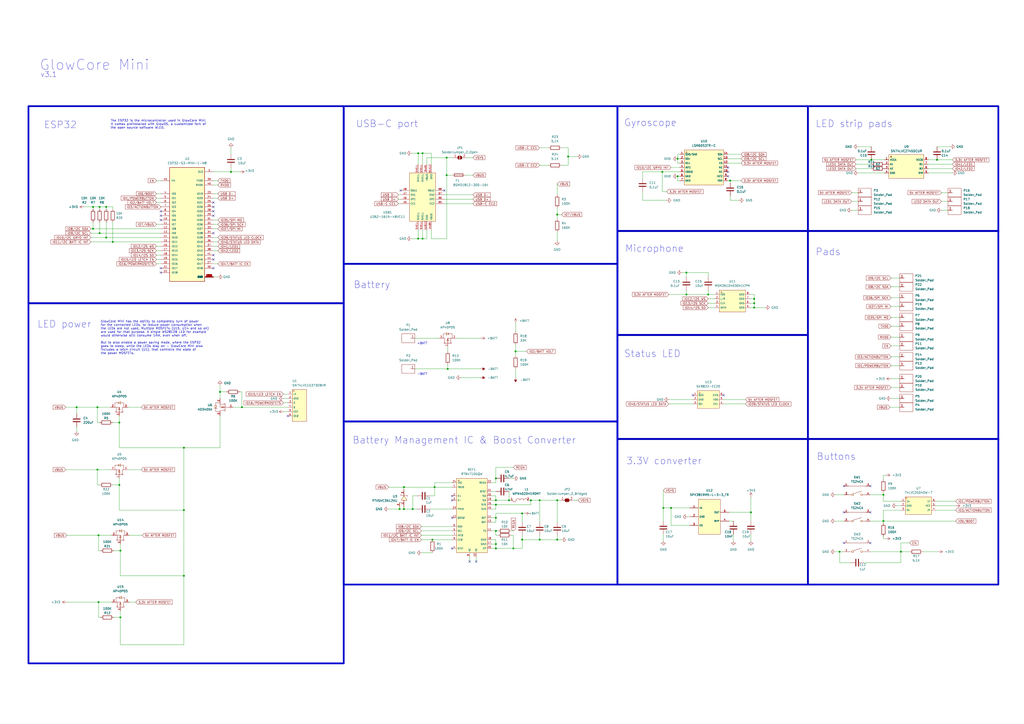
<source format=kicad_sch>
(kicad_sch (version 20230121) (generator eeschema)
  (paper "A2")
  (junction (at 250.825 313.055))
  (junction (at 133.985 99.695))
  (junction (at 61.595 137.795))
  (junction (at 106.68 295.91))
  (junction (at 57.15 310.515))
  (junction (at 239.395 295.275))
  (junction (at 69.85 319.405))
  (junction (at 437.515 173.355))
  (junction (at 393.065 92.075))
  (junction (at 57.15 349.25))
  (junction (at 287.655 318.135))
  (junction (at 287.655 290.195))
  (junction (at 56.515 236.22))
  (junction (at 287.655 277.495))
  (junction (at 398.145 170.815))
  (junction (at 512.445 302.26))
  (junction (at 522.605 320.04))
  (junction (at 313.055 290.195))
  (junction (at 323.215 124.46))
  (junction (at 106.68 334.01))
  (junction (at 423.545 104.775))
  (junction (at 57.785 135.255))
  (junction (at 53.975 120.015))
  (junction (at 234.315 295.275))
  (junction (at 295.275 290.195))
  (junction (at 69.85 358.14))
  (junction (at 140.335 236.22))
  (junction (at 259.715 213.995))
  (junction (at 307.975 290.195))
  (junction (at 245.11 88.9))
  (junction (at 393.065 102.235))
  (junction (at 287.655 307.975))
  (junction (at 259.08 91.44))
  (junction (at 242.57 138.43))
  (junction (at 299.085 203.835))
  (junction (at 234.315 282.575))
  (junction (at 287.655 292.735))
  (junction (at 437.515 175.895))
  (junction (at 323.215 313.055))
  (junction (at 313.055 313.055))
  (junction (at 106.68 259.715))
  (junction (at 61.595 120.015))
  (junction (at 384.81 294.64))
  (junction (at 287.655 315.595))
  (junction (at 53.975 132.715))
  (junction (at 389.255 294.64))
  (junction (at 323.215 290.195))
  (junction (at 435.61 297.18))
  (junction (at 505.46 92.71))
  (junction (at 127.635 227.33))
  (junction (at 543.56 92.71))
  (junction (at 69.215 245.11))
  (junction (at 57.785 120.015))
  (junction (at 231.775 295.275))
  (junction (at 487.045 320.04))
  (junction (at 398.145 158.115))
  (junction (at 384.175 99.695))
  (junction (at 245.11 138.43))
  (junction (at 302.895 313.055))
  (junction (at 242.57 88.9))
  (junction (at 44.45 236.22))
  (junction (at 410.845 170.815))
  (junction (at 69.215 281.305))
  (junction (at 302.895 297.815))
  (junction (at 252.095 282.575))
  (junction (at 65.405 140.335))
  (junction (at 287.655 300.355))
  (junction (at 329.565 90.805))
  (junction (at 259.08 101.6))
  (junction (at 437.515 178.435))
  (junction (at 512.445 287.02))
  (junction (at 56.515 272.415))
  (junction (at 297.815 318.135))
  (no_connect (at 232.41 110.49))
  (no_connect (at 123.825 150.495))
  (no_connect (at 262.255 318.135))
  (no_connect (at 123.825 117.475))
  (no_connect (at 93.345 158.115))
  (no_connect (at 489.585 281.94))
  (no_connect (at 401.955 229.235))
  (no_connect (at 123.825 122.555))
  (no_connect (at 262.255 287.655))
  (no_connect (at 489.585 297.18))
  (no_connect (at 504.825 297.18))
  (no_connect (at 422.275 97.155))
  (no_connect (at 257.81 110.49))
  (no_connect (at 419.735 229.235))
  (no_connect (at 93.345 125.095))
  (no_connect (at 504.825 281.94))
  (no_connect (at 123.825 147.955))
  (no_connect (at 262.255 290.195))
  (no_connect (at 489.585 314.96))
  (no_connect (at 262.255 300.355))
  (no_connect (at 167.005 241.3))
  (no_connect (at 123.825 155.575))
  (no_connect (at 123.825 125.095))
  (no_connect (at 123.825 135.255))
  (no_connect (at 276.225 325.755))
  (no_connect (at 93.345 155.575))
  (no_connect (at 504.825 314.96))
  (no_connect (at 93.345 122.555))
  (no_connect (at 422.275 99.695))
  (no_connect (at 93.345 127.635))
  (no_connect (at 422.275 102.235))
  (no_connect (at 123.825 120.015))
  (no_connect (at 272.415 325.755))
  (wire (pts (xy 123.825 132.715) (xy 126.365 132.715)))
  (wire (pts (xy 267.335 219.075) (xy 278.765 219.075)))
  (wire (pts (xy 234.315 282.575) (xy 252.095 282.575)))
  (wire (pts (xy 394.335 94.615) (xy 393.065 94.615)))
  (wire (pts (xy 386.715 111.125) (xy 384.175 111.125)))
  (wire (pts (xy 543.56 85.09) (xy 551.18 85.09)))
  (wire (pts (xy 61.595 137.795) (xy 93.345 137.795)))
  (wire (pts (xy 494.03 116.84) (xy 497.84 116.84)))
  (wire (pts (xy 52.705 132.715) (xy 53.975 132.715)))
  (wire (pts (xy 325.755 95.885) (xy 329.565 95.885)))
  (wire (pts (xy 302.895 318.135) (xy 302.895 313.055)))
  (wire (pts (xy 250.825 313.055) (xy 262.255 313.055)))
  (wire (pts (xy 306.705 290.195) (xy 307.975 290.195)))
  (wire (pts (xy 287.655 297.815) (xy 302.895 297.815)))
  (wire (pts (xy 276.225 325.755) (xy 276.225 323.215)))
  (wire (pts (xy 126.365 107.315) (xy 123.825 107.315)))
  (wire (pts (xy 285.115 287.655) (xy 287.655 287.655)))
  (wire (pts (xy 437.515 170.815) (xy 437.515 173.355)))
  (wire (pts (xy 435.61 297.18) (xy 435.61 302.26)))
  (wire (pts (xy 69.215 295.91) (xy 106.68 295.91)))
  (wire (pts (xy 313.055 302.895) (xy 313.055 290.195)))
  (wire (pts (xy 387.985 231.775) (xy 401.955 231.775)))
  (wire (pts (xy 244.475 307.975) (xy 262.255 307.975)))
  (wire (pts (xy 287.655 302.895) (xy 287.655 300.355)))
  (wire (pts (xy 437.515 173.355) (xy 437.515 175.895)))
  (wire (pts (xy 299.085 203.835) (xy 299.085 206.375)))
  (wire (pts (xy 516.89 219.71) (xy 521.97 219.71)))
  (wire (pts (xy 90.805 104.775) (xy 93.345 104.775)))
  (wire (pts (xy 231.775 294.005) (xy 231.775 295.275)))
  (wire (pts (xy 247.65 133.35) (xy 247.65 138.43)))
  (wire (pts (xy 302.895 310.515) (xy 302.895 313.055)))
  (wire (pts (xy 323.215 106.68) (xy 323.215 113.03)))
  (wire (pts (xy 387.985 170.815) (xy 398.145 170.815)))
  (wire (pts (xy 287.655 315.595) (xy 287.655 313.055)))
  (wire (pts (xy 244.475 305.435) (xy 262.255 305.435)))
  (wire (pts (xy 287.655 280.035) (xy 287.655 277.495)))
  (wire (pts (xy 164.465 233.68) (xy 167.005 233.68)))
  (wire (pts (xy 398.145 168.275) (xy 398.145 170.815)))
  (wire (pts (xy 57.785 135.255) (xy 57.785 128.905)))
  (wire (pts (xy 69.85 334.01) (xy 106.68 334.01)))
  (wire (pts (xy 123.825 99.695) (xy 133.985 99.695)))
  (wire (pts (xy 285.115 292.735) (xy 287.655 292.735)))
  (wire (pts (xy 287.655 285.115) (xy 285.115 285.115)))
  (wire (pts (xy 504.825 320.04) (xy 522.605 320.04)))
  (wire (pts (xy 272.415 325.755) (xy 272.415 323.215)))
  (wire (pts (xy 299.085 203.835) (xy 305.435 203.835)))
  (wire (pts (xy 288.925 310.515) (xy 287.655 310.515)))
  (wire (pts (xy 434.975 170.815) (xy 437.515 170.815)))
  (wire (pts (xy 512.445 275.59) (xy 513.715 275.59)))
  (wire (pts (xy 74.295 236.22) (xy 81.915 236.22)))
  (wire (pts (xy 231.775 295.275) (xy 234.315 295.275)))
  (wire (pts (xy 257.81 118.11) (xy 274.32 118.11)))
  (wire (pts (xy 501.015 326.39) (xy 522.605 326.39)))
  (wire (pts (xy 425.45 309.88) (xy 425.45 313.69)))
  (wire (pts (xy 323.215 302.895) (xy 323.215 290.195)))
  (wire (pts (xy 252.095 287.655) (xy 252.095 282.575)))
  (wire (pts (xy 74.295 272.415) (xy 81.915 272.415)))
  (wire (pts (xy 245.11 133.35) (xy 245.11 138.43)))
  (wire (pts (xy 410.845 173.355) (xy 414.655 173.355)))
  (wire (pts (xy 127.635 259.715) (xy 127.635 241.3)))
  (wire (pts (xy 123.825 114.935) (xy 126.365 114.935)))
  (wire (pts (xy 437.515 178.435) (xy 443.865 178.435)))
  (wire (pts (xy 123.825 137.795) (xy 126.365 137.795)))
  (wire (pts (xy 435.61 309.88) (xy 435.61 313.69)))
  (wire (pts (xy 65.405 281.305) (xy 69.215 281.305)))
  (wire (pts (xy 69.215 245.11) (xy 69.215 259.715)))
  (wire (pts (xy 58.42 358.14) (xy 57.15 358.14)))
  (wire (pts (xy 52.705 137.795) (xy 61.595 137.795)))
  (wire (pts (xy 516.89 212.09) (xy 521.97 212.09)))
  (wire (pts (xy 329.565 90.805) (xy 329.565 95.885)))
  (wire (pts (xy 494.03 121.92) (xy 497.84 121.92)))
  (wire (pts (xy 384.81 284.48) (xy 384.81 294.64)))
  (wire (pts (xy 516.89 224.79) (xy 521.97 224.79)))
  (wire (pts (xy 106.68 295.91) (xy 106.68 334.01)))
  (wire (pts (xy 65.405 140.335) (xy 93.345 140.335)))
  (wire (pts (xy 250.19 95.25) (xy 250.19 88.9)))
  (wire (pts (xy 90.805 153.035) (xy 93.345 153.035)))
  (wire (pts (xy 410.845 168.275) (xy 410.845 170.815)))
  (wire (pts (xy 287.655 318.135) (xy 297.815 318.135)))
  (wire (pts (xy 65.405 120.015) (xy 61.595 120.015)))
  (wire (pts (xy 496.57 95.25) (xy 505.46 95.25)))
  (wire (pts (xy 516.89 195.58) (xy 521.97 195.58)))
  (wire (pts (xy 398.145 158.115) (xy 410.845 158.115)))
  (wire (pts (xy 56.515 281.305) (xy 56.515 272.415)))
  (wire (pts (xy 512.445 290.83) (xy 522.605 290.83)))
  (wire (pts (xy 323.215 310.515) (xy 323.215 313.055)))
  (wire (pts (xy 66.04 319.405) (xy 69.85 319.405)))
  (wire (pts (xy 299.085 200.025) (xy 299.085 203.835)))
  (wire (pts (xy 225.425 282.575) (xy 234.315 282.575)))
  (wire (pts (xy 245.11 138.43) (xy 242.57 138.43)))
  (wire (pts (xy 252.095 280.035) (xy 262.255 280.035)))
  (wire (pts (xy 242.57 138.43) (xy 238.76 138.43)))
  (wire (pts (xy 242.57 133.35) (xy 242.57 138.43)))
  (wire (pts (xy 57.785 135.255) (xy 93.345 135.255)))
  (wire (pts (xy 285.115 307.975) (xy 287.655 307.975)))
  (wire (pts (xy 398.145 170.815) (xy 410.845 170.815)))
  (wire (pts (xy 53.975 120.015) (xy 57.785 120.015)))
  (wire (pts (xy 398.145 158.115) (xy 395.605 158.115)))
  (wire (pts (xy 57.785 281.305) (xy 56.515 281.305)))
  (wire (pts (xy 487.045 320.04) (xy 489.585 320.04)))
  (wire (pts (xy 123.825 153.035) (xy 126.365 153.035)))
  (wire (pts (xy 285.115 318.135) (xy 287.655 318.135)))
  (wire (pts (xy 535.305 320.04) (xy 544.195 320.04)))
  (wire (pts (xy 164.465 238.76) (xy 167.005 238.76)))
  (wire (pts (xy 239.395 295.275) (xy 241.935 295.275)))
  (wire (pts (xy 245.11 88.9) (xy 242.57 88.9)))
  (wire (pts (xy 323.215 134.62) (xy 323.215 139.7)))
  (wire (pts (xy 106.68 374.015) (xy 69.85 374.015)))
  (wire (pts (xy 133.985 85.725) (xy 133.985 89.535)))
  (wire (pts (xy 512.445 278.13) (xy 512.445 275.59)))
  (wire (pts (xy 287.655 297.815) (xy 287.655 300.355)))
  (wire (pts (xy 259.715 211.455) (xy 259.715 213.995)))
  (wire (pts (xy 61.595 121.285) (xy 61.595 120.015)))
  (wire (pts (xy 423.545 116.205) (xy 423.545 113.665)))
  (wire (pts (xy 234.315 282.575) (xy 234.315 283.845)))
  (wire (pts (xy 504.825 302.26) (xy 512.445 302.26)))
  (wire (pts (xy 123.825 145.415) (xy 126.365 145.415)))
  (wire (pts (xy 422.91 297.18) (xy 435.61 297.18)))
  (wire (pts (xy 313.055 290.195) (xy 323.215 290.195)))
  (wire (pts (xy 225.425 295.275) (xy 231.775 295.275)))
  (wire (pts (xy 287.655 271.145) (xy 287.655 277.495)))
  (wire (pts (xy 287.655 318.135) (xy 287.655 315.595)))
  (wire (pts (xy 538.48 92.71) (xy 543.56 92.71)))
  (wire (pts (xy 238.76 88.9) (xy 242.57 88.9)))
  (wire (pts (xy 387.985 234.315) (xy 401.955 234.315)))
  (wire (pts (xy 323.215 313.055) (xy 325.755 313.055)))
  (wire (pts (xy 297.815 271.145) (xy 287.655 271.145)))
  (wire (pts (xy 259.08 101.6) (xy 259.08 138.43)))
  (wire (pts (xy 542.925 293.37) (xy 554.355 293.37)))
  (wire (pts (xy 296.545 307.975) (xy 297.815 307.975)))
  (wire (pts (xy 257.81 115.57) (xy 274.32 115.57)))
  (wire (pts (xy 56.515 272.415) (xy 64.135 272.415)))
  (wire (pts (xy 57.785 245.11) (xy 56.515 245.11)))
  (wire (pts (xy 240.665 213.995) (xy 259.715 213.995)))
  (wire (pts (xy 384.175 99.695) (xy 394.335 99.695)))
  (wire (pts (xy 542.925 295.91) (xy 554.355 295.91)))
  (wire (pts (xy 250.19 88.9) (xy 245.11 88.9)))
  (wire (pts (xy 516.89 189.23) (xy 521.97 189.23)))
  (wire (pts (xy 384.175 111.125) (xy 384.175 99.695)))
  (wire (pts (xy 287.655 295.275) (xy 287.655 292.735)))
  (wire (pts (xy 527.685 320.04) (xy 522.605 320.04)))
  (wire (pts (xy 437.515 175.895) (xy 437.515 178.435)))
  (wire (pts (xy 546.1 111.76) (xy 549.91 111.76)))
  (wire (pts (xy 259.08 101.6) (xy 262.255 101.6)))
  (wire (pts (xy 274.32 91.44) (xy 270.51 91.44)))
  (wire (pts (xy 516.89 166.37) (xy 521.97 166.37)))
  (wire (pts (xy 285.115 295.275) (xy 287.655 295.275)))
  (wire (pts (xy 313.055 95.885) (xy 318.135 95.885)))
  (wire (pts (xy 244.475 320.675) (xy 250.825 320.675)))
  (wire (pts (xy 386.715 116.205) (xy 372.745 116.205)))
  (wire (pts (xy 38.735 349.25) (xy 57.15 349.25)))
  (wire (pts (xy 428.625 116.205) (xy 423.545 116.205)))
  (wire (pts (xy 538.48 97.79) (xy 552.45 97.79)))
  (wire (pts (xy 57.785 120.015) (xy 61.595 120.015)))
  (wire (pts (xy 484.505 320.04) (xy 487.045 320.04)))
  (wire (pts (xy 139.065 99.695) (xy 133.985 99.695)))
  (wire (pts (xy 126.365 160.655) (xy 123.825 160.655)))
  (wire (pts (xy 239.395 287.655) (xy 239.395 295.275)))
  (wire (pts (xy 520.065 293.37) (xy 522.605 293.37)))
  (wire (pts (xy 285.115 315.595) (xy 287.655 315.595)))
  (wire (pts (xy 90.805 117.475) (xy 93.345 117.475)))
  (wire (pts (xy 123.825 112.395) (xy 126.365 112.395)))
  (wire (pts (xy 287.655 290.195) (xy 295.275 290.195)))
  (wire (pts (xy 53.975 128.905) (xy 53.975 132.715)))
  (wire (pts (xy 398.78 299.72) (xy 400.05 299.72)))
  (wire (pts (xy 69.215 241.3) (xy 69.215 245.11)))
  (wire (pts (xy 299.085 187.325) (xy 299.085 192.405)))
  (wire (pts (xy 106.68 259.715) (xy 127.635 259.715)))
  (wire (pts (xy 269.875 101.6) (xy 274.32 101.6)))
  (wire (pts (xy 66.04 358.14) (xy 69.85 358.14)))
  (wire (pts (xy 384.81 302.26) (xy 384.81 294.64)))
  (wire (pts (xy 257.81 113.03) (xy 274.32 113.03)))
  (wire (pts (xy 52.705 135.255) (xy 57.785 135.255)))
  (wire (pts (xy 285.115 290.195) (xy 287.655 290.195)))
  (wire (pts (xy 106.68 334.01) (xy 106.68 374.015)))
  (wire (pts (xy 393.065 89.535) (xy 393.065 92.075)))
  (wire (pts (xy 232.41 118.11) (xy 231.14 118.11)))
  (wire (pts (xy 259.715 213.995) (xy 278.765 213.995)))
  (wire (pts (xy 393.065 92.075) (xy 394.335 92.075)))
  (wire (pts (xy 516.89 207.01) (xy 521.97 207.01)))
  (wire (pts (xy 389.255 97.155) (xy 394.335 97.155)))
  (wire (pts (xy 164.465 231.14) (xy 167.005 231.14)))
  (wire (pts (xy 398.145 160.655) (xy 398.145 158.115)))
  (wire (pts (xy 504.825 287.02) (xy 512.445 287.02)))
  (wire (pts (xy 422.275 94.615) (xy 429.895 94.615)))
  (wire (pts (xy 241.935 287.655) (xy 239.395 287.655)))
  (wire (pts (xy 38.735 310.515) (xy 57.15 310.515)))
  (wire (pts (xy 323.215 120.65) (xy 323.215 124.46)))
  (wire (pts (xy 259.08 91.44) (xy 262.89 91.44)))
  (wire (pts (xy 58.42 319.405) (xy 57.15 319.405)))
  (wire (pts (xy 297.815 318.135) (xy 302.895 318.135)))
  (wire (pts (xy 323.215 124.46) (xy 323.215 127)))
  (wire (pts (xy 422.275 89.535) (xy 429.895 89.535)))
  (wire (pts (xy 133.985 97.155) (xy 133.985 99.695)))
  (wire (pts (xy 522.605 320.04) (xy 522.605 326.39)))
  (wire (pts (xy 295.275 290.195) (xy 296.545 290.195)))
  (wire (pts (xy 126.365 104.775) (xy 123.825 104.775)))
  (wire (pts (xy 302.895 297.815) (xy 302.895 302.895)))
  (wire (pts (xy 259.715 201.295) (xy 259.715 203.835)))
  (wire (pts (xy 48.895 120.015) (xy 53.975 120.015)))
  (wire (pts (xy 516.89 200.66) (xy 521.97 200.66)))
  (wire (pts (xy 53.975 132.715) (xy 93.345 132.715)))
  (wire (pts (xy 422.275 92.075) (xy 429.895 92.075)))
  (wire (pts (xy 249.555 295.275) (xy 262.255 295.275)))
  (wire (pts (xy 123.825 127.635) (xy 126.365 127.635)))
  (wire (pts (xy 57.15 310.515) (xy 64.77 310.515)))
  (wire (pts (xy 422.91 302.26) (xy 425.45 302.26)))
  (wire (pts (xy 384.81 309.88) (xy 384.81 313.69)))
  (wire (pts (xy 69.85 319.405) (xy 69.85 334.01)))
  (wire (pts (xy 56.515 236.22) (xy 64.135 236.22)))
  (wire (pts (xy 259.08 91.44) (xy 259.08 101.6)))
  (wire (pts (xy 247.65 95.25) (xy 247.65 91.44)))
  (wire (pts (xy 90.805 145.415) (xy 93.345 145.415)))
  (wire (pts (xy 484.505 302.26) (xy 489.585 302.26)))
  (wire (pts (xy 74.93 310.515) (xy 82.55 310.515)))
  (wire (pts (xy 372.745 116.205) (xy 372.745 111.125)))
  (wire (pts (xy 410.845 170.815) (xy 414.655 170.815)))
  (wire (pts (xy 44.45 236.22) (xy 44.45 240.03)))
  (wire (pts (xy 410.845 160.655) (xy 410.845 158.115)))
  (wire (pts (xy 69.85 315.595) (xy 69.85 319.405)))
  (wire (pts (xy 329.565 85.725) (xy 329.565 90.805)))
  (wire (pts (xy 244.475 310.515) (xy 262.255 310.515)))
  (wire (pts (xy 384.81 294.64) (xy 389.255 294.64)))
  (wire (pts (xy 512.445 295.91) (xy 522.605 295.91)))
  (wire (pts (xy 131.445 227.33) (xy 127.635 227.33)))
  (wire (pts (xy 496.57 92.71) (xy 505.46 92.71)))
  (wire (pts (xy 287.655 307.975) (xy 287.655 310.515)))
  (wire (pts (xy 285.115 280.035) (xy 287.655 280.035)))
  (wire (pts (xy 249.555 287.655) (xy 252.095 287.655)))
  (wire (pts (xy 287.655 290.195) (xy 287.655 287.655)))
  (wire (pts (xy 329.565 90.805) (xy 334.645 90.805)))
  (wire (pts (xy 250.19 133.35) (xy 250.19 138.43)))
  (wire (pts (xy 372.745 99.695) (xy 372.745 103.505)))
  (wire (pts (xy 493.395 326.39) (xy 487.045 326.39)))
  (wire (pts (xy 307.975 292.735) (xy 307.975 290.195)))
  (wire (pts (xy 247.65 138.43) (xy 245.11 138.43)))
  (wire (pts (xy 69.215 277.495) (xy 69.215 281.305)))
  (wire (pts (xy 69.85 358.14) (xy 69.85 374.015)))
  (wire (pts (xy 164.465 228.6) (xy 167.005 228.6)))
  (wire (pts (xy 389.255 304.8) (xy 389.255 294.64)))
  (wire (pts (xy 140.335 236.22) (xy 135.255 236.22)))
  (wire (pts (xy 505.46 85.09) (xy 497.84 85.09)))
  (wire (pts (xy 90.805 142.875) (xy 93.345 142.875)))
  (wire (pts (xy 65.405 245.11) (xy 69.215 245.11)))
  (wire (pts (xy 123.825 142.875) (xy 126.365 142.875)))
  (wire (pts (xy 393.065 94.615) (xy 393.065 92.075)))
  (wire (pts (xy 302.895 313.055) (xy 313.055 313.055)))
  (wire (pts (xy 538.48 100.33) (xy 552.45 100.33)))
  (wire (pts (xy 57.15 319.405) (xy 57.15 310.515)))
  (wire (pts (xy 299.085 213.995) (xy 299.085 219.075)))
  (wire (pts (xy 543.56 92.71) (xy 552.45 92.71)))
  (wire (pts (xy 285.115 302.895) (xy 287.655 302.895)))
  (wire (pts (xy 52.705 140.335) (xy 65.405 140.335)))
  (wire (pts (xy 140.335 227.33) (xy 140.335 236.22)))
  (wire (pts (xy 90.805 130.175) (xy 93.345 130.175)))
  (wire (pts (xy 394.335 104.775) (xy 393.065 104.775)))
  (wire (pts (xy 323.215 290.195) (xy 325.12 290.195)))
  (wire (pts (xy 512.445 302.26) (xy 554.355 302.26)))
  (wire (pts (xy 285.115 313.055) (xy 287.655 313.055)))
  (wire (pts (xy 512.445 285.75) (xy 512.445 287.02)))
  (wire (pts (xy 53.975 121.285) (xy 53.975 120.015)))
  (wire (pts (xy 307.975 290.195) (xy 313.055 290.195)))
  (wire (pts (xy 287.655 292.735) (xy 307.975 292.735)))
  (wire (pts (xy 419.735 231.775) (xy 432.435 231.775)))
  (wire (pts (xy 231.14 115.57) (xy 232.41 115.57)))
  (wire (pts (xy 231.14 113.03) (xy 232.41 113.03)))
  (wire (pts (xy 325.755 85.725) (xy 329.565 85.725)))
  (wire (pts (xy 250.19 138.43) (xy 259.08 138.43)))
  (wire (pts (xy 389.255 294.64) (xy 400.05 294.64)))
  (wire (pts (xy 57.15 358.14) (xy 57.15 349.25)))
  (wire (pts (xy 516.89 184.15) (xy 521.97 184.15)))
  (wire (pts (xy 394.335 89.535) (xy 393.065 89.535)))
  (wire (pts (xy 69.215 281.305) (xy 69.215 295.91)))
  (wire (pts (xy 127.635 227.33) (xy 127.635 223.52)))
  (wire (pts (xy 400.05 304.8) (xy 389.255 304.8)))
  (wire (pts (xy 516.89 172.72) (xy 521.97 172.72)))
  (wire (pts (xy 38.1 272.415) (xy 56.515 272.415)))
  (wire (pts (xy 296.545 310.515) (xy 297.815 310.515)))
  (wire (pts (xy 69.215 259.715) (xy 106.68 259.715)))
  (wire (pts (xy 57.785 121.285) (xy 57.785 120.015)))
  (wire (pts (xy 38.1 236.22) (xy 44.45 236.22)))
  (wire (pts (xy 516.89 231.14) (xy 521.97 231.14)))
  (wire (pts (xy 423.545 106.045) (xy 423.545 104.775)))
  (wire (pts (xy 247.65 91.44) (xy 259.08 91.44)))
  (wire (pts (xy 234.315 295.275) (xy 234.315 294.005)))
  (wire (pts (xy 423.545 104.775) (xy 429.895 104.775)))
  (wire (pts (xy 494.03 111.76) (xy 497.84 111.76)))
  (wire (pts (xy 542.925 290.83) (xy 554.355 290.83)))
  (wire (pts (xy 423.545 104.775) (xy 422.275 104.775)))
  (wire (pts (xy 522.605 320.04) (xy 522.605 314.96)))
  (wire (pts (xy 512.445 302.26) (xy 512.445 303.53)))
  (wire (pts (xy 44.45 236.22) (xy 56.515 236.22)))
  (wire (pts (xy 313.055 85.725) (xy 318.135 85.725)))
  (wire (pts (xy 287.655 307.975) (xy 288.925 307.975)))
  (wire (pts (xy 512.445 312.42) (xy 512.445 311.15)))
  (wire (pts (xy 313.055 310.515) (xy 313.055 313.055)))
  (wire (pts (xy 384.175 99.695) (xy 372.745 99.695)))
  (wire (pts (xy 242.57 88.9) (xy 242.57 95.25)))
  (wire (pts (xy 44.45 247.65) (xy 44.45 250.19)))
  (wire (pts (xy 325.755 124.46) (xy 323.215 124.46)))
  (wire (pts (xy 512.445 302.26) (xy 512.445 295.91)))
  (wire (pts (xy 139.065 227.33) (xy 140.335 227.33)))
  (wire (pts (xy 90.805 114.935) (xy 93.345 114.935)))
  (wire (pts (xy 335.28 290.195) (xy 332.74 290.195)))
  (wire (pts (xy 505.46 92.71) (xy 513.08 92.71)))
  (wire (pts (xy 546.1 116.84) (xy 549.91 116.84)))
  (wire (pts (xy 497.84 100.33) (xy 513.08 100.33)))
  (wire (pts (xy 167.005 236.22) (xy 140.335 236.22)))
  (wire (pts (xy 484.505 287.02) (xy 489.585 287.02)))
  (wire (pts (xy 123.825 130.175) (xy 126.365 130.175)))
  (wire (pts (xy 65.405 121.285) (xy 65.405 120.015)))
  (wire (pts (xy 244.475 313.055) (xy 250.825 313.055)))
  (wire (pts (xy 434.975 175.895) (xy 437.515 175.895)))
  (wire (pts (xy 57.15 349.25) (xy 64.77 349.25)))
  (wire (pts (xy 410.845 175.895) (xy 414.655 175.895)))
  (wire (pts (xy 264.795 196.215) (xy 278.765 196.215)))
  (wire (pts (xy 393.065 102.235) (xy 394.335 102.235)))
  (wire (pts (xy 61.595 137.795) (xy 61.595 128.905)))
  (wire (pts (xy 516.255 236.22) (xy 521.97 236.22)))
  (wire (pts (xy 234.315 295.275) (xy 239.395 295.275)))
  (wire (pts (xy 522.605 314.96) (xy 527.685 314.96)))
  (wire (pts (xy 546.1 121.92) (xy 549.91 121.92)))
  (wire (pts (xy 106.68 259.715) (xy 106.68 295.91)))
  (wire (pts (xy 123.825 140.335) (xy 126.365 140.335)))
  (wire (pts (xy 496.57 97.79) (xy 505.46 97.79)))
  (wire (pts (xy 516.89 177.8) (xy 521.97 177.8)))
  (wire (pts (xy 435.61 288.29) (xy 435.61 297.18)))
  (wire (pts (xy 90.805 112.395) (xy 93.345 112.395)))
  (wire (pts (xy 295.275 285.115) (xy 295.275 290.195)))
  (wire (pts (xy 487.045 326.39) (xy 487.045 320.04)))
  (wire (pts (xy 393.065 104.775) (xy 393.065 102.235)))
  (wire (pts (xy 297.815 310.515) (xy 297.815 318.135)))
  (wire (pts (xy 65.405 128.905) (xy 65.405 140.335)))
  (wire (pts (xy 512.445 287.02) (xy 512.445 290.83)))
  (wire (pts (xy 313.055 313.055) (xy 323.215 313.055)))
  (wire (pts (xy 56.515 245.11) (xy 56.515 236.22)))
  (wire (pts (xy 513.715 312.42) (xy 512.445 312.42)))
  (wire (pts (xy 295.275 277.495) (xy 297.815 277.495)))
  (wire (pts (xy 252.095 280.035) (xy 252.095 282.575)))
  (wire (pts (xy 245.11 95.25) (xy 245.11 88.9)))
  (wire (pts (xy 410.845 178.435) (xy 414.655 178.435)))
  (wire (pts (xy 69.85 354.33) (xy 69.85 358.14)))
  (wire (pts (xy 434.975 178.435) (xy 437.515 178.435)))
  (wire (pts (xy 434.975 173.355) (xy 437.515 173.355)))
  (wire (pts (xy 538.48 95.25) (xy 552.45 95.25)))
  (wire (pts (xy 516.89 161.29) (xy 521.97 161.29)))
  (wire (pts (xy 252.095 282.575) (xy 262.255 282.575)))
  (wire (pts (xy 302.895 297.815) (xy 304.165 297.815)))
  (wire (pts (xy 90.805 147.955) (xy 93.345 147.955)))
  (wire (pts (xy 285.115 300.355) (xy 287.655 300.355)))
  (wire (pts (xy 74.93 349.25) (xy 78.74 349.25)))
  (wire (pts (xy 90.805 150.495) (xy 93.345 150.495)))
  (wire (pts (xy 419.735 234.315) (xy 432.435 234.315)))
  (wire (pts (xy 240.665 196.215) (xy 254.635 196.215)))
  (wire (pts (xy 127.635 231.14) (xy 127.635 227.33)))
  (rectangle (start 468.63 133.985) (end 579.12 254.635) (stroke (width 1)))
  (rectangle (start 358.14 194.31) (end 468.63 254.635) (stroke (width 1)))
  (rectangle (start 468.63 254.635) (end 579.12 339.09) (stroke (width 1)))
  (rectangle (start 199.39 153.035) (end 358.14 244.475) (stroke (width 1)))
  (rectangle (start 199.39 244.475) (end 358.14 339.09) (stroke (width 1)))
  (rectangle (start 16.51 175.895) (end 199.39 384.81) (stroke (width 1)))
  (rectangle (start 358.14 133.985) (end 468.63 194.31) (stroke (width 1)))
  (rectangle (start 16.51 61.595) (end 199.39 175.895) (stroke (width 1)))
  (rectangle (start 358.14 254.635) (end 468.63 339.09) (stroke (width 1)))
  (rectangle (start 468.63 61.595) (end 579.12 133.985) (stroke (width 1)))
  (rectangle (start 199.39 61.595) (end 358.14 153.035) (stroke (width 1)))
  (rectangle (start 358.14 61.595) (end 468.63 133.985) (stroke (width 1)))
  (text "3.3V converter" (at 363.22 269.875 0) (effects (font (size 4 4)) (justify left bottom)))
  (text "Buttons" (at 473.71 267.335 0) (effects (font (size 4 4)) (justify left bottom)))
  (text "LED power" (at 21.59 190.5 0) (effects (font (size 4 4)) (justify left bottom)))
  (text "LED strip pads" (at 473.075 74.295 0) (effects (font (size 4 4)) (justify left bottom)))
  (text "GlowCore Mini" (at 22.86 41.275 0) (effects (font (size 6 6)) (justify left bottom)))
  (text "The ESP32 is the microcontroller used in GlowCore Mini. \nIt comes preinstalled with GlowOS, a customized fork of \nthe open source software WLED." (at 64.135 74.93 0) (effects (font (size 1.27 1.27)) (justify left bottom)))
  (text "v3.1" (at 23.495 45.085 0) (effects (font (size 3 3)) (justify left bottom)))
  (text "-BATT" (at 241.935 217.805 0) (effects (font (size 1.27 1.27)) (justify left bottom)))
  (text "+BATT" (at 241.935 200.025 0) (effects (font (size 1.27 1.27)) (justify left bottom)))
  (text "Status LED" (at 361.95 207.645 0) (effects (font (size 4 4)) (justify left bottom)))
  (text "Battery Management IC & Boost Converter" (at 204.47 257.81 0) (effects (font (size 4 4)) (justify left bottom)))
  (text "Gyroscope" (at 361.95 73.66 0) (effects (font (size 4 4)) (justify left bottom)))
  (text "Pads" (at 473.075 148.59 0) (effects (font (size 4 4)) (justify left bottom)))
  (text "USB-C port" (at 206.375 74.295 0) (effects (font (size 4 4)) (justify left bottom)))
  (text "Microphone" (at 362.585 146.685 0) (effects (font (size 4 4)) (justify left bottom)))
  (text "Battery" (at 205.105 167.64 0) (effects (font (size 4 4)) (justify left bottom)))
  (text "ESP32" (at 25.4 74.93 0) (effects (font (size 4 4)) (justify left bottom)))
  (text "GlowCore Mini has the ability to completely turn of power\nfor the connected LEDs, to reduce power consumption when\nthe LEDs are not used. Multiple MOSFETs (U15, U14 and so on)\nare used for that purpose. A single WS2812B LED for example\nwould otherwise still consume 1mA, even when off.\n\nBut to also enable a power saving mode, where the ESP32\ngoes to sleep, while the LEDs stay on - GlowCore Mini also\nincludes a letch circuit (U1), that controlls the state of\nthe power MOSFETs." (at 58.42 205.74 0) (effects (font (size 1.27 1.27)) (justify left bottom)))
  (global_label "IO15{slash}LED LETCH EN" (shape input) (at 164.465 228.6 180) (property "Intersheetrefs" "${INTERSHEET_REFS}" (effects hide)))
  (global_label "VBUS" (shape input) (at 323.215 106.68 0) (property "Intersheetrefs" "${INTERSHEET_REFS}" (effects hide)))
  (global_label "IO9{slash}I2C SCL" (shape input) (at 429.895 92.075 0) (property "Intersheetrefs" "${INTERSHEET_REFS}" (effects hide)))
  (global_label "TXD0" (shape input) (at 126.365 104.775 0) (property "Intersheetrefs" "${INTERSHEET_REFS}" (effects hide)))
  (global_label "3.3V AFTER MOSFET" (shape input) (at 429.895 94.615 0) (property "Intersheetrefs" "${INTERSHEET_REFS}" (effects hide)))
  (global_label "USB D-" (shape input) (at 274.32 113.03 0) (property "Intersheetrefs" "${INTERSHEET_REFS}" (effects hide)))
  (global_label "EN" (shape input) (at 516.89 200.66 180) (property "Intersheetrefs" "${INTERSHEET_REFS}" (effects hide)))
  (global_label "VSYS" (shape input) (at 335.28 290.195 0) (property "Intersheetrefs" "${INTERSHEET_REFS}" (effects hide)))
  (global_label "IO8{slash}I2C SDA" (shape input) (at 244.475 305.435 180) (property "Intersheetrefs" "${INTERSHEET_REFS}" (effects hide)))
  (global_label "5V AFTER MOSFET" (shape input) (at 432.435 231.775 0) (property "Intersheetrefs" "${INTERSHEET_REFS}" (effects hide)))
  (global_label "IO7{slash}VBUS" (shape input) (at 90.805 130.175 180) (property "Intersheetrefs" "${INTERSHEET_REFS}" (effects hide)))
  (global_label "5V AFTER MOSFET" (shape input) (at 546.1 111.76 180) (property "Intersheetrefs" "${INTERSHEET_REFS}" (effects hide)))
  (global_label "5V AFTER MOSFET" (shape input) (at 496.57 92.71 180) (property "Intersheetrefs" "${INTERSHEET_REFS}" (effects hide)))
  (global_label "VBUS" (shape input) (at 274.32 101.6 0) (property "Intersheetrefs" "${INTERSHEET_REFS}" (effects hide)))
  (global_label "USB D+" (shape input) (at 126.365 114.935 0) (property "Intersheetrefs" "${INTERSHEET_REFS}" (effects hide)))
  (global_label "IO0{slash}BOOT" (shape input) (at 554.355 302.26 0) (property "Intersheetrefs" "${INTERSHEET_REFS}" (effects hide)))
  (global_label "IO9{slash}I2C SCL" (shape input) (at 516.89 161.29 180) (property "Intersheetrefs" "${INTERSHEET_REFS}" (effects hide)))
  (global_label "IO2{slash}BATT VOLT" (shape input) (at 305.435 203.835 0) (property "Intersheetrefs" "${INTERSHEET_REFS}" (effects hide)))
  (global_label "5V AFTER MOSFET" (shape input) (at 494.03 111.76 180) (property "Intersheetrefs" "${INTERSHEET_REFS}" (effects hide)))
  (global_label "IO16{slash}POWERMOSFETS" (shape input) (at 90.805 153.035 180) (property "Intersheetrefs" "${INTERSHEET_REFS}" (effects hide)))
  (global_label "IO14{slash}I2S SD" (shape input) (at 90.805 147.955 180) (property "Intersheetrefs" "${INTERSHEET_REFS}" (effects hide)))
  (global_label "VSYS" (shape input) (at 274.32 91.44 0) (property "Intersheetrefs" "${INTERSHEET_REFS}" (effects hide)))
  (global_label "VBUS" (shape input) (at 38.1 272.415 180) (property "Intersheetrefs" "${INTERSHEET_REFS}" (effects hide)))
  (global_label "EN" (shape input) (at 527.685 314.96 0) (property "Intersheetrefs" "${INTERSHEET_REFS}" (effects hide)))
  (global_label "VBUS" (shape input) (at 38.735 310.515 180) (property "Intersheetrefs" "${INTERSHEET_REFS}" (effects hide)))
  (global_label "IO7{slash}VBUS" (shape input) (at 325.755 124.46 0) (property "Intersheetrefs" "${INTERSHEET_REFS}" (effects hide)))
  (global_label "IO40{slash}STATUS LED DATA" (shape input) (at 126.365 140.335 0) (property "Intersheetrefs" "${INTERSHEET_REFS}" (effects hide)))
  (global_label "IO11{slash}I2C BATT IC INT" (shape input) (at 244.475 310.515 180) (property "Intersheetrefs" "${INTERSHEET_REFS}" (effects hide)))
  (global_label "IO1{slash}POWERBUTTON" (shape input) (at 516.89 212.09 180) (property "Intersheetrefs" "${INTERSHEET_REFS}" (effects hide)))
  (global_label "3.3V AFTER MOSFET" (shape input) (at 429.895 104.775 0) (property "Intersheetrefs" "${INTERSHEET_REFS}" (effects hide)))
  (global_label "LED1 DATA OUT" (shape input) (at 494.03 116.84 180) (property "Intersheetrefs" "${INTERSHEET_REFS}" (effects hide)))
  (global_label "IO3{slash}ACTIONBUTTON" (shape input) (at 93.345 120.015 180) (property "Intersheetrefs" "${INTERSHEET_REFS}" (effects hide)))
  (global_label "IO41{slash}LED1" (shape input) (at 552.45 95.25 0) (property "Intersheetrefs" "${INTERSHEET_REFS}" (effects hide)))
  (global_label "IO0{slash}BOOT" (shape input) (at 90.805 112.395 180) (property "Intersheetrefs" "${INTERSHEET_REFS}" (effects hide)))
  (global_label "USB-C CC1" (shape input) (at 313.055 85.725 180) (property "Intersheetrefs" "${INTERSHEET_REFS}" (effects hide)))
  (global_label "IO14{slash}I2S SD" (shape input) (at 410.845 178.435 180) (property "Intersheetrefs" "${INTERSHEET_REFS}" (effects hide)))
  (global_label "IO1{slash}POWERBUTTON" (shape input) (at 554.355 290.83 0) (property "Intersheetrefs" "${INTERSHEET_REFS}" (effects hide)))
  (global_label "3.3V AFTER MOSFET" (shape input) (at 552.45 92.71 0) (property "Intersheetrefs" "${INTERSHEET_REFS}" (effects hide)))
  (global_label "IO3{slash}ACTIONBUTTON" (shape input) (at 554.355 295.91 0) (property "Intersheetrefs" "${INTERSHEET_REFS}" (effects hide)))
  (global_label "USB-C CC2" (shape input) (at 313.055 95.885 180) (property "Intersheetrefs" "${INTERSHEET_REFS}" (effects hide)))
  (global_label "IO1{slash}POWERBUTTON" (shape input) (at 90.805 114.935 180) (property "Intersheetrefs" "${INTERSHEET_REFS}" (effects hide)))
  (global_label "IO10{slash}I2C GRYO INT" (shape input) (at 389.255 97.155 180) (property "Intersheetrefs" "${INTERSHEET_REFS}" (effects hide)))
  (global_label "VBUS" (shape input) (at 516.255 236.22 180) (property "Intersheetrefs" "${INTERSHEET_REFS}" (effects hide)))
  (global_label "VBUS" (shape input) (at 225.425 282.575 180) (property "Intersheetrefs" "${INTERSHEET_REFS}" (effects hide)))
  (global_label "IO36{slash}SPI SCK" (shape input) (at 516.89 172.72 180) (property "Intersheetrefs" "${INTERSHEET_REFS}" (effects hide)))
  (global_label "VSYS" (shape input) (at 384.81 284.48 0) (property "Intersheetrefs" "${INTERSHEET_REFS}" (effects hide)))
  (global_label "IO9{slash}I2C SCL" (shape input) (at 52.705 135.255 180) (property "Intersheetrefs" "${INTERSHEET_REFS}" (effects hide)))
  (global_label "RXD0" (shape input) (at 516.89 195.58 180) (property "Intersheetrefs" "${INTERSHEET_REFS}" (effects hide)))
  (global_label "RXD0" (shape input) (at 126.365 107.315 0) (property "Intersheetrefs" "${INTERSHEET_REFS}" (effects hide)))
  (global_label "3.3V AFTER MOSFET" (shape input) (at 386.715 111.125 0) (property "Intersheetrefs" "${INTERSHEET_REFS}" (effects hide)))
  (global_label "IO47{slash}BATT IC EN" (shape input) (at 126.365 153.035 0) (property "Intersheetrefs" "${INTERSHEET_REFS}" (effects hide)))
  (global_label "EN" (shape input) (at 90.805 104.775 180) (property "Intersheetrefs" "${INTERSHEET_REFS}" (effects hide)))
  (global_label "IO47{slash}BATT IC EN" (shape input) (at 244.475 313.055 180) (property "Intersheetrefs" "${INTERSHEET_REFS}" (effects hide)))
  (global_label "3.3V AFTER MOSFET" (shape input) (at 387.985 170.815 180) (property "Intersheetrefs" "${INTERSHEET_REFS}" (effects hide)))
  (global_label "3.3V AFTER MOSFET" (shape input) (at 516.89 224.79 180) (property "Intersheetrefs" "${INTERSHEET_REFS}" (effects hide)))
  (global_label "LED2 DATA OUT" (shape input) (at 496.57 97.79 180) (property "Intersheetrefs" "${INTERSHEET_REFS}" (effects hide)))
  (global_label "IO42{slash}LED2" (shape input) (at 126.365 145.415 0) (property "Intersheetrefs" "${INTERSHEET_REFS}" (effects hide)))
  (global_label "IO3{slash}ACTIONBUTTON" (shape input) (at 516.89 207.01 180) (property "Intersheetrefs" "${INTERSHEET_REFS}" (effects hide)))
  (global_label "5V AFTER MOSFET" (shape input) (at 81.915 272.415 0) (property "Intersheetrefs" "${INTERSHEET_REFS}" (effects hide)))
  (global_label "IO16{slash}POWERMOSFETS" (shape input) (at 164.465 233.68 180) (property "Intersheetrefs" "${INTERSHEET_REFS}" (effects hide)))
  (global_label "IO13{slash}I2S SCK" (shape input) (at 410.845 175.895 180) (property "Intersheetrefs" "${INTERSHEET_REFS}" (effects hide)))
  (global_label "IO12{slash}I2S WS" (shape input) (at 410.845 173.355 180) (property "Intersheetrefs" "${INTERSHEET_REFS}" (effects hide)))
  (global_label "IO40{slash}STATUS LED DATA" (shape input) (at 387.985 234.315 180) (property "Intersheetrefs" "${INTERSHEET_REFS}" (effects hide)))
  (global_label "TXD0" (shape input) (at 516.89 189.23 180) (property "Intersheetrefs" "${INTERSHEET_REFS}" (effects hide)))
  (global_label "USB D-" (shape input) (at 231.14 113.03 180) (property "Intersheetrefs" "${INTERSHEET_REFS}" (effects hide)))
  (global_label "USB D+" (shape input) (at 231.14 115.57 180) (property "Intersheetrefs" "${INTERSHEET_REFS}" (effects hide)))
  (global_label "5V AFTER MOSFET" (shape input) (at 82.55 310.515 0) (property "Intersheetrefs" "${INTERSHEET_REFS}" (effects hide)))
  (global_label "IO39{slash}STATUS LED CLOCK" (shape input) (at 432.435 234.315 0) (property "Intersheetrefs" "${INTERSHEET_REFS}" (effects hide)))
  (global_label "REGN" (shape input) (at 297.815 271.145 0) (property "Intersheetrefs" "${INTERSHEET_REFS}" (effects hide)))
  (global_label "REGN" (shape input) (at 297.815 307.975 90) (property "Intersheetrefs" "${INTERSHEET_REFS}" (effects hide)))
  (global_label "IO37{slash}SPI MI" (shape input) (at 516.89 177.8 180) (property "Intersheetrefs" "${INTERSHEET_REFS}" (effects hide)))
  (global_label "5V AFTER MOSFET" (shape input) (at 81.915 236.22 0) (property "Intersheetrefs" "${INTERSHEET_REFS}" (effects hide)))
  (global_label "IO13{slash}I2S SCK" (shape input) (at 90.805 145.415 180) (property "Intersheetrefs" "${INTERSHEET_REFS}" (effects hide)))
  (global_label "IO8{slash}I2C SDA" (shape input) (at 516.89 166.37 180) (property "Intersheetrefs" "${INTERSHEET_REFS}" (effects hide)))
  (global_label "IO42{slash}LED2" (shape input) (at 552.45 97.79 0) (property "Intersheetrefs" "${INTERSHEET_REFS}" (effects hide)))
  (global_label "USB D-" (shape input) (at 126.365 112.395 0) (property "Intersheetrefs" "${INTERSHEET_REFS}" (effects hide)))
  (global_label "IO8{slash}I2C SDA" (shape input) (at 429.895 89.535 0) (property "Intersheetrefs" "${INTERSHEET_REFS}" (effects hide)))
  (global_label "IO36{slash}SPI SCK" (shape input) (at 126.365 130.175 0) (property "Intersheetrefs" "${INTERSHEET_REFS}" (effects hide)))
  (global_label "LED2 DATA OUT" (shape input) (at 546.1 116.84 180) (property "Intersheetrefs" "${INTERSHEET_REFS}" (effects hide)))
  (global_label "IO35{slash}SPI MO" (shape input) (at 516.89 184.15 180) (property "Intersheetrefs" "${INTERSHEET_REFS}" (effects hide)))
  (global_label "IO2{slash}BATT VOLT" (shape input) (at 90.805 117.475 180) (property "Intersheetrefs" "${INTERSHEET_REFS}" (effects hide)))
  (global_label "IO37{slash}SPI MI" (shape input) (at 126.365 132.715 0) (property "Intersheetrefs" "${INTERSHEET_REFS}" (effects hide)))
  (global_label "USB-C CC2" (shape input) (at 274.32 118.11 0) (property "Intersheetrefs" "${INTERSHEET_REFS}" (effects hide)))
  (global_label "USB-C CC1" (shape input) (at 231.14 118.11 180) (property "Intersheetrefs" "${INTERSHEET_REFS}" (effects hide)))
  (global_label "IO9{slash}I2C SCL" (shape input) (at 244.475 307.975 180) (property "Intersheetrefs" "${INTERSHEET_REFS}" (effects hide)))
  (global_label "VBUS" (shape input) (at 38.1 236.22 180) (property "Intersheetrefs" "${INTERSHEET_REFS}" (effects hide)))
  (global_label "IO35{slash}SPI MO" (shape input) (at 126.365 127.635 0) (property "Intersheetrefs" "${INTERSHEET_REFS}" (effects hide)))
  (global_label "IO8{slash}I2C SDA" (shape input) (at 52.705 132.715 180) (property "Intersheetrefs" "${INTERSHEET_REFS}" (effects hide)))
  (global_label "LED1 DATA OUT" (shape input) (at 496.57 95.25 180) (property "Intersheetrefs" "${INTERSHEET_REFS}" (effects hide)))
  (global_label "IO39{slash}STATUS LED CLOCK" (shape input) (at 126.365 137.795 0) (property "Intersheetrefs" "${INTERSHEET_REFS}" (effects hide)))
  (global_label "IO15{slash}LED LETCH EN" (shape input) (at 90.805 150.495 180) (property "Intersheetrefs" "${INTERSHEET_REFS}" (effects hide)))
  (global_label "IO10{slash}I2C GRYO INT" (shape input) (at 52.705 137.795 180) (property "Intersheetrefs" "${INTERSHEET_REFS}" (effects hide)))
  (global_label "IO12{slash}I2S WS" (shape input) (at 90.805 142.875 180) (property "Intersheetrefs" "${INTERSHEET_REFS}" (effects hide)))
  (global_label "3.3V AFTER MOSFET" (shape input) (at 78.74 349.25 0) (property "Intersheetrefs" "${INTERSHEET_REFS}" (effects hide)))
  (global_label "IO41{slash}LED1" (shape input) (at 126.365 142.875 0) (property "Intersheetrefs" "${INTERSHEET_REFS}" (effects hide)))
  (global_label "IO11{slash}I2C BATT IC INT" (shape input) (at 52.705 140.335 180) (property "Intersheetrefs" "${INTERSHEET_REFS}" (effects hide)))
  (global_label "USB D+" (shape input) (at 274.32 115.57 0) (property "Intersheetrefs" "${INTERSHEET_REFS}" (effects hide)))
  (symbol (lib_id "power:GND") (at 244.475 320.675 270) (mirror x) (unit 1)
    (property "Reference" "#PWR0126" (effects hide))
    (property "Value" "GND" (at 236.855 320.675 90) (effects (justify left)))
  )
  (symbol (lib_id "Device:R") (at 509.27 97.79 270) (unit 1)
    (property "Reference" "R15" (at 505.46 96.52 90))
    (property "Value" "62" (at 509.27 97.79 90))
    (property "Footprint" "Resistor_SMD:R_0402_1005Metric" (effects hide))
    (property "LCSC #" "C4962" (effects hide))
  )
  (symbol (lib_id "power:+3.3V") (at 48.895 120.015 90) (unit 1)
    (property "Reference" "#PWR01" (effects hide))
    (property "Value" "+3.3V" (at 42.545 120.015 90))
  )
  (symbol (lib_id "Device:10uF 0603") (at 291.465 285.115 90) (mirror x) (unit 1)
    (property "Reference" "C6" (at 292.735 281.305 90) (effects (justify right)))
    (property "Value" "47nF" (at 292.735 283.845 90) (effects (justify right)))
    (property "Footprint" "Capacitor_SMD:C_0402_1005Metric" (effects hide))
    (property "LCSC #" "C505502" (effects hide))
  )
  (symbol (lib_id "power:GND") (at 133.985 85.725 180) (unit 1)
    (property "Reference" "#PWR03" (effects hide))
    (property "Value" "GND" (at 133.985 80.645 0))
  )
  (symbol (lib_id "power:+BATT") (at 299.085 187.325 0) (unit 1)
    (property "Reference" "#PWR0109" (effects hide))
    (property "Value" "+BATT" (at 304.165 186.055 0))
  )
  (symbol (lib_id "Device:10uF 0603") (at 497.205 326.39 90) (unit 1)
    (property "Reference" "C12" (at 498.475 327.66 90) (effects (justify right)))
    (property "Value" "1uF" (at 498.475 330.2 90) (effects (justify right)))
    (property "Footprint" "Capacitor_SMD:C_0402_1005Metric" (effects hide))
    (property "LCSC #" "C52923" (effects hide))
  )
  (symbol (lib_id "MyParts:Solder_Pad") (at 549.91 121.92 0) (unit 1) (in_bom no)
    (property "Reference" "P18" (at 558.8 120.6499 0) (effects (justify left)))
    (property "Value" "Solder_Pad" (at 558.8 123.1899 0) (effects (justify left)))
    (property "Footprint" "footprint:Solder pad" (effects hide))
  )
  (symbol (lib_id "MyParts:AP40P05") (at 71.12 310.515 270) (mirror x) (unit 1)
    (property "Reference" "U14" (at 69.85 301.625 90))
    (property "Value" "AP40P05" (at 69.85 304.165 90))
    (property "Footprint" "footprint:SOT-23-3_L2.9-W1.3-P1.90-LS2.4-BR" (effects hide))
    (property "Datasheet" "https://www.diodes.com/assets/Package-Files/SOT23.pdf" (effects hide))
    (property "LCSC #" "C2886385" (effects hide))
  )
  (symbol (lib_id "MyParts:AP40P05") (at 70.485 272.415 270) (mirror x) (unit 1)
    (property "Reference" "U5" (at 69.215 263.525 90))
    (property "Value" "AP40P05" (at 69.215 266.065 90))
    (property "Footprint" "footprint:SOT-23-3_L2.9-W1.3-P1.90-LS2.4-BR" (effects hide))
    (property "Datasheet" "https://www.diodes.com/assets/Package-Files/SOT23.pdf" (effects hide))
    (property "LCSC #" "C2886385" (effects hide))
  )
  (symbol (lib_id "Device:0.1uF 0603") (at 410.845 164.465 0) (mirror y) (unit 1)
    (property "Reference" "C15" (at 403.225 163.195 0) (effects (justify right)))
    (property "Value" "10uF" (at 403.225 165.735 0) (effects (justify right)))
    (property "Footprint" "Capacitor_SMD:C_0603_1608Metric" (effects hide))
    (property "LCSC #" "C96446" (effects hide))
  )
  (symbol (lib_id "power:+BATT") (at 278.765 196.215 270) (unit 1)
    (property "Reference" "#PWR0121" (effects hide))
    (property "Value" "+BATT" (at 282.575 196.2151 90) (effects (justify left)))
  )
  (symbol (lib_id "power:GND") (at 164.465 231.14 270) (unit 1)
    (property "Reference" "#PWR0146" (effects hide))
    (property "Value" "GND" (at 156.845 231.14 90) (effects (justify left)))
  )
  (symbol (lib_id "MyParts:RT9471DGQW") (at 273.685 282.575 0) (unit 1)
    (property "Reference" "REF1" (at 273.685 272.415 0))
    (property "Value" "RT9471DGQW" (at 273.685 274.955 0))
    (property "Footprint" "footprint:RT9471_vias_in_pad" (effects hide))
    (property "Datasheet" "https://item.szlcsc.com/420260.html" (effects hide))
    (property "LCSC" "C2839437" (effects hide))
  )
  (symbol (lib_id "power:GND") (at 334.645 90.805 90) (unit 1)
    (property "Reference" "#PWR0158" (effects hide))
    (property "Value" "GND" (at 339.725 90.805 90))
  )
  (symbol (lib_id "MyParts:Solder_Pad") (at 240.665 196.215 180) (unit 1) (in_bom no)
    (property "Reference" "P1" (at 236.855 188.595 0))
    (property "Value" "Solder_Pad" (at 236.855 191.135 0))
    (property "Footprint" "footprint:Solder pad" (effects hide))
  )
  (symbol (lib_id "Device:10K 0603") (at 292.735 310.515 270) (unit 1)
    (property "Reference" "R11" (at 292.735 313.055 90))
    (property "Value" "10K" (at 292.735 315.595 90))
    (property "Footprint" "Resistor_SMD:R_0402_1005Metric" (effects hide))
    (property "Datasheet" "https://datasheet.lcsc.com/lcsc/1811101934_YAGEO-RC0603FR-0710KL_C98220.pdf" (effects hide))
    (property "LCSC #" "C25744" (effects hide))
  )
  (symbol (lib_id "Device:10uF 0603") (at 133.985 93.345 0) (unit 1)
    (property "Reference" "C3" (at 140.335 92.075 0) (effects (justify right)))
    (property "Value" "10uF" (at 142.875 94.615 0) (effects (justify right)))
    (property "Footprint" "Capacitor_SMD:C_0603_1608Metric" (effects hide))
    (property "Datasheet" "https://datasheet.lcsc.com/lcsc/2010151208_SANYEAR-C0603X5R106K250NT_C729457.pdf" (effects hide))
    (property "Description" "25V 10uF ±10% 0603 Multilayer Ceramic Capacitors MLCC - SMD/SMT ROHS" (effects hide))
    (property "100+" "€0.0537" (effects hide))
    (property "LCSC #" "C96446" (effects hide))
  )
  (symbol (lib_id "power:GND") (at 425.45 313.69 0) (unit 1)
    (property "Reference" "#PWR0114" (effects hide))
    (property "Value" "GND" (at 425.45 318.77 0))
  )
  (symbol (lib_id "power:GND") (at 297.815 277.495 90) (mirror x) (unit 1)
    (property "Reference" "#PWR0125" (effects hide))
    (property "Value" "GND" (at 305.435 277.495 90) (effects (justify left)))
  )
  (symbol (lib_id "power:+3.3V") (at 516.89 219.71 90) (unit 1)
    (property "Reference" "#PWR0102" (effects hide))
    (property "Value" "+3.3V" (at 508 219.71 90) (effects (justify right)))
  )
  (symbol (lib_id "MyParts:Solder_Pad") (at 497.84 116.84 0) (unit 1) (in_bom no)
    (property "Reference" "P12" (at 506.73 115.5699 0) (effects (justify left)))
    (property "Value" "Solder_Pad" (at 506.73 118.1099 0) (effects (justify left)))
    (property "Footprint" "footprint:Solder pad" (effects hide))
  )
  (symbol (lib_id "power:GND") (at 325.755 313.055 90) (mirror x) (unit 1)
    (property "Reference" "#PWR0127" (effects hide))
    (property "Value" "GND" (at 333.375 313.055 90) (effects (justify left)))
  )
  (symbol (lib_id "Device:R") (at 299.085 196.215 180) (unit 1)
    (property "Reference" "R18" (at 301.625 194.9449 0) (effects (justify right)))
    (property "Value" "33K" (at 301.625 197.4849 0) (effects (justify right)))
    (property "Footprint" "Resistor_SMD:R_0402_1005Metric" (effects hide))
    (property "LCSC #" "C25779" (effects hide))
  )
  (symbol (lib_id "MyParts:LSM6DS3TR-C") (at 408.305 84.455 0) (unit 1)
    (property "Reference" "U10" (at 408.305 81.915 0))
    (property "Value" "LSM6DS3TR-C" (at 408.305 84.455 0))
    (property "Footprint" "footprint:LGA-14_L3.0-W2.5-P0.50-TL" (effects hide))
    (property "Datasheet" "https://lcsc.com/product-detail/Sensors_Bosch_BMG250_BMG250_C189521.html" (effects hide))
    (property "LCSC" "C967633" (effects hide))
  )
  (symbol (lib_id "Device:C") (at 543.56 88.9 0) (mirror x) (unit 1)
    (property "Reference" "C14" (at 546.1 90.17 0) (effects (justify left)))
    (property "Value" "0.1uF" (at 546.1 87.63 0) (effects (justify left)))
    (property "Footprint" "Capacitor_SMD:C_0402_1005Metric" (effects hide))
    (property "LCSC #" "C1525" (effects hide))
  )
  (symbol (lib_id "Device:10uF 0603") (at 323.215 306.705 180) (unit 1)
    (property "Reference" "C9" (at 325.755 305.435 0) (effects (justify right)))
    (property "Value" "10uF" (at 325.755 307.975 0) (effects (justify right)))
    (property "Footprint" "Capacitor_SMD:C_0603_1608Metric" (effects hide))
    (property "LCSC #" "C96446" (effects hide))
  )
  (symbol (lib_id "power:GND") (at 497.84 100.33 270) (mirror x) (unit 1)
    (property "Reference" "#PWR0134" (effects hide))
    (property "Value" "GND" (at 492.76 100.33 90))
  )
  (symbol (lib_id "power:GND") (at 238.76 88.9 270) (unit 1)
    (property "Reference" "#PWR0139" (effects hide))
    (property "Value" "GND" (at 233.68 88.9 90))
  )
  (symbol (lib_id "power:GND") (at 126.365 160.655 90) (unit 1)
    (property "Reference" "#PWR02" (effects hide))
    (property "Value" "GND" (at 131.445 160.655 90))
  )
  (symbol (lib_id "Device:10K 0603") (at 61.595 245.11 270) (unit 1)
    (property "Reference" "R5" (at 61.595 242.57 90))
    (property "Value" "100K" (at 61.595 240.03 90))
    (property "Footprint" "Resistor_SMD:R_0402_1005Metric" (effects hide))
    (property "LCSC #" "C25741" (effects hide))
  )
  (symbol (lib_id "Device:R") (at 299.085 210.185 180) (unit 1)
    (property "Reference" "R19" (at 301.625 208.9149 0) (effects (justify right)))
    (property "Value" "100K" (at 301.625 211.4549 0) (effects (justify right)))
    (property "Footprint" "Resistor_SMD:R_0402_1005Metric" (effects hide))
    (property "LCSC #" "C25741" (effects hide))
  )
  (symbol (lib_id "MyParts:Solder_Pad") (at 521.97 219.71 0) (unit 1) (in_bom no)
    (property "Reference" "P20" (at 530.86 218.4399 0) (effects (justify left)))
    (property "Value" "Solder_Pad" (at 530.86 220.9799 0) (effects (justify left)))
    (property "Footprint" "footprint:Solder pad" (effects hide))
  )
  (symbol (lib_id "Device:10uF 0603") (at 435.61 306.07 180) (unit 1)
    (property "Reference" "C19" (at 430.53 308.61 0) (effects (justify right)))
    (property "Value" "10uF" (at 430.53 311.15 0) (effects (justify right)))
    (property "Footprint" "Capacitor_SMD:C_0603_1608Metric" (effects hide))
    (property "LCSC #" "C96446" (effects hide))
  )
  (symbol (lib_id "Device:10uF 0603") (at 425.45 306.07 180) (unit 1)
    (property "Reference" "C18" (at 420.37 308.61 0) (effects (justify right)))
    (property "Value" "10nF" (at 420.37 311.15 0) (effects (justify right)))
    (property "Footprint" "Capacitor_SMD:C_0402_1005Metric" (effects hide))
    (property "LCSC #" "C15195" (effects hide))
  )
  (symbol (lib_id "Device:10K 0603") (at 62.23 358.14 270) (unit 1)
    (property "Reference" "R12" (at 62.23 355.6 90))
    (property "Value" "100K" (at 62.23 353.06 90))
    (property "Footprint" "Resistor_SMD:R_0402_1005Metric" (effects hide))
    (property "LCSC #" "C25741" (effects hide))
  )
  (symbol (lib_id "MyParts:Solder_Pad") (at 521.97 200.66 0) (unit 1) (in_bom no)
    (property "Reference" "P11" (at 530.86 199.3899 0) (effects (justify left)))
    (property "Value" "Solder_Pad" (at 530.86 201.9299 0) (effects (justify left)))
    (property "Footprint" "footprint:Solder pad" (effects hide))
  )
  (symbol (lib_id "power:GND") (at 384.81 313.69 0) (unit 1)
    (property "Reference" "#PWR0108" (effects hide))
    (property "Value" "GND" (at 384.81 318.77 0))
  )
  (symbol (lib_id "power:GND") (at 127.635 223.52 180) (unit 1)
    (property "Reference" "#PWR0143" (effects hide))
    (property "Value" "GND" (at 133.985 222.25 0) (effects (justify left)))
  )
  (symbol (lib_id "power:GND") (at 552.45 100.33 90) (mirror x) (unit 1)
    (property "Reference" "#PWR0154" (effects hide))
    (property "Value" "GND" (at 557.53 100.33 90))
  )
  (symbol (lib_id "MyParts:Solder_Pad") (at 521.97 195.58 0) (unit 1) (in_bom no)
    (property "Reference" "P9" (at 530.86 194.3099 0) (effects (justify left)))
    (property "Value" "Solder_Pad" (at 530.86 196.8499 0) (effects (justify left)))
    (property "Footprint" "footprint:Solder pad" (effects hide))
  )
  (symbol (lib_id "power:GND") (at 398.78 299.72 270) (unit 1)
    (property "Reference" "#PWR0107" (effects hide))
    (property "Value" "GND" (at 391.16 299.72 90) (effects (justify left)))
  )
  (symbol (lib_id "Device:R") (at 509.27 95.25 270) (unit 1)
    (property "Reference" "R14" (at 505.46 93.98 90))
    (property "Value" "62" (at 509.27 95.25 90))
    (property "Footprint" "Resistor_SMD:R_0402_1005Metric" (effects hide))
    (property "LCSC #" "C4962" (effects hide))
  )
  (symbol (lib_id "Device:10uF 0603") (at 291.465 277.495 90) (mirror x) (unit 1)
    (property "Reference" "C5" (at 292.735 273.685 90) (effects (justify right)))
    (property "Value" "4.7uF" (at 292.735 276.225 90) (effects (justify right)))
    (property "Footprint" "Capacitor_SMD:C_0402_1005Metric" (effects hide))
    (property "LCSC #" "C23733" (effects hide))
  )
  (symbol (lib_id "MyParts:SN74LVC1G373DBVR") (at 169.545 215.9 0) (unit 1)
    (property "Reference" "U1" (at 169.545 220.98 0) (effects (justify left)))
    (property "Value" "SN74LVC1G373DBVR" (at 169.545 223.52 0) (effects (justify left)))
    (property "Footprint" "footprint:SOT-23-6_L2.9-W1.6-P0.95-LS2.8-BR" (effects hide))
    (property "Datasheet" "https://item.szlcsc.com/169042.html" (effects hide))
    (property "LCSC" "C128413" (effects hide))
  )
  (symbol (lib_id "MyParts:Solder_Pad") (at 497.84 111.76 0) (unit 1) (in_bom no)
    (property "Reference" "P3" (at 506.73 110.4899 0) (effects (justify left)))
    (property "Value" "Solder_Pad" (at 506.73 113.0299 0) (effects (justify left)))
    (property "Footprint" "footprint:Solder pad" (effects hide))
  )
  (symbol (lib_name "TS24CA_1") (lib_id "MyParts:TS24CA") (at 497.205 271.78 0) (unit 1)
    (property "Reference" "SW1" (at 497.205 276.86 0))
    (property "Value" "TS24CA" (at 497.205 279.4 0))
    (property "Footprint" "footprint:SW-SMD_TS24CA" (effects hide))
    (property "Datasheet" "https://item.szlcsc.com/372554.html" (effects hide))
    (property "LCSC" "C393942" (effects hide))
  )
  (symbol (lib_id "MyParts:Solder_Pad") (at 240.665 213.995 180) (unit 1) (in_bom no)
    (property "Reference" "P2" (at 236.855 206.375 0))
    (property "Value" "Solder_Pad" (at 236.855 208.915 0))
    (property "Footprint" "footprint:Solder pad" (effects hide))
  )
  (symbol (lib_id "Device:10K 0603") (at 57.785 125.095 0) (unit 1)
    (property "Reference" "R7" (at 53.975 117.475 0))
    (property "Value" "10K" (at 53.975 114.935 0))
    (property "Footprint" "Resistor_SMD:R_0402_1005Metric" (effects hide))
    (property "Datasheet" "https://datasheet.lcsc.com/lcsc/1811101934_YAGEO-RC0603FR-0710KL_C98220.pdf" (effects hide))
    (property "LCSC #" "C25744" (effects hide))
  )
  (symbol (lib_id "MyParts:AP40P05") (at 71.12 349.25 270) (mirror x) (unit 1)
    (property "Reference" "U15" (at 69.85 340.36 90))
    (property "Value" "AP40P05" (at 69.85 342.9 90))
    (property "Footprint" "footprint:SOT-23-3_L2.9-W1.3-P1.90-LS2.4-BR" (effects hide))
    (property "Datasheet" "https://www.diodes.com/assets/Package-Files/SOT23.pdf" (effects hide))
    (property "LCSC #" "C2886385" (effects hide))
  )
  (symbol (lib_id "power:GND") (at 546.1 121.92 270) (mirror x) (unit 1)
    (property "Reference" "#PWR0150" (effects hide))
    (property "Value" "GND" (at 541.02 121.92 90))
  )
  (symbol (lib_id "MyParts:Solder_Pad") (at 521.97 166.37 0) (unit 1) (in_bom no)
    (property "Reference" "P22" (at 530.86 165.0999 0) (effects (justify left)))
    (property "Value" "Solder_Pad" (at 530.86 167.6399 0) (effects (justify left)))
    (property "Footprint" "footprint:Solder pad" (effects hide))
  )
  (symbol (lib_id "Device:R") (at 512.445 281.94 180) (unit 1)
    (property "Reference" "R9" (at 514.985 280.6699 0) (effects (justify right)))
    (property "Value" "100K" (at 514.985 283.2099 0) (effects (justify right)))
    (property "Footprint" "Resistor_SMD:R_0402_1005Metric" (effects hide))
    (property "LCSC #" "C25741" (effects hide))
  )
  (symbol (lib_id "MyParts:Solder_Pad") (at 497.84 121.92 0) (unit 1) (in_bom no)
    (property "Reference" "P15" (at 506.73 120.6499 0) (effects (justify left)))
    (property "Value" "Solder_Pad" (at 506.73 123.1899 0) (effects (justify left)))
    (property "Footprint" "footprint:Solder pad" (effects hide))
  )
  (symbol (lib_id "Device:C") (at 44.45 243.84 0) (unit 1)
    (property "Reference" "C4" (at 48.26 242.5699 0) (effects (justify left)))
    (property "Value" "220uF" (at 48.26 245.1099 0) (effects (justify left)))
    (property "Footprint" "Capacitor_SMD:C_1206_3216Metric" (effects hide))
    (property "LCSC #" "C412252" (effects hide))
  )
  (symbol (lib_id "MyParts:Solder_Pad") (at 521.97 177.8 0) (unit 1) (in_bom no)
    (property "Reference" "P19" (at 530.86 176.5299 0) (effects (justify left)))
    (property "Value" "Solder_Pad" (at 530.86 179.0699 0) (effects (justify left)))
    (property "Footprint" "footprint:Solder pad" (effects hide))
  )
  (symbol (lib_name "TS24CA_1") (lib_id "MyParts:TS24CA") (at 497.205 287.02 0) (unit 1)
    (property "Reference" "SW2" (at 497.205 292.1 0))
    (property "Value" "TS24CA" (at 497.205 294.64 0))
    (property "Footprint" "footprint:SW-SMD_TS24CA" (effects hide))
    (property "Datasheet" "https://item.szlcsc.com/372554.html" (effects hide))
    (property "LCSC" "C393942" (effects hide))
  )
  (symbol (lib_id "MyParts:WPN4020H1R0MT") (at 301.625 277.495 0) (unit 1)
    (property "Reference" "L1" (at 305.435 283.845 0))
    (property "Value" "WPN4020H1R0MT" (at 305.435 286.385 0))
    (property "Footprint" "footprint:IND-SMD_L4.0-W4.0_SLW40XX" (effects hide))
    (property "Datasheet" "https://item.szlcsc.com/193577.html" (effects hide))
    (property "LCSC" "C98359" (effects hide))
  )
  (symbol (lib_id "Device:10uF 0603") (at 245.745 295.275 90) (unit 1)
    (property "Reference" "C2" (at 247.015 296.545 90) (effects (justify right)))
    (property "Value" "10uF" (at 247.015 299.085 90) (effects (justify right)))
    (property "Footprint" "Capacitor_SMD:C_0603_1608Metric" (effects hide))
    (property "LCSC #" "C96446" (effects hide))
  )
  (symbol (lib_id "power:+BATT") (at 304.165 297.815 270) (unit 1)
    (property "Reference" "#PWR0128" (effects hide))
    (property "Value" "+BATT" (at 306.705 297.815 90) (effects (justify left)))
  )
  (symbol (lib_id "Jumper:SolderJumper_2_Open") (at 266.7 91.44 0) (unit 1) (in_bom no)
    (property "Reference" "JP1" (at 266.7 85.725 0))
    (property "Value" "SolderJumper_2_Open" (at 266.7 88.265 0))
    (property "Footprint" "Jumper:SolderJumper-2_P1.3mm_Open_RoundedPad1.0x1.5mm" (effects hide))
  )
  (symbol (lib_id "MyParts:Solder_Pad") (at 549.91 111.76 0) (unit 1) (in_bom no)
    (property "Reference" "P16" (at 558.8 110.4899 0) (effects (justify left)))
    (property "Value" "Solder_Pad" (at 558.8 113.0299 0) (effects (justify left)))
    (property "Footprint" "footprint:Solder pad" (effects hide))
  )
  (symbol (lib_id "power:GND") (at 516.89 231.14 270) (mirror x) (unit 1)
    (property "Reference" "#PWR0148" (effects hide))
    (property "Value" "GND" (at 511.81 231.14 90))
  )
  (symbol (lib_id "power:-BATT") (at 278.765 219.075 270) (unit 1)
    (property "Reference" "#PWR0152" (effects hide))
    (property "Value" "-BATT" (at 288.925 219.075 90) (effects (justify right)))
  )
  (symbol (lib_id "MyParts:AP40P05") (at 70.485 236.22 270) (mirror x) (unit 1)
    (property "Reference" "U4" (at 69.215 227.33 90))
    (property "Value" "AP40P05" (at 69.215 229.87 90))
    (property "Footprint" "footprint:SOT-23-3_L2.9-W1.3-P1.90-LS2.4-BR" (effects hide))
    (property "Datasheet" "https://www.diodes.com/assets/Package-Files/SOT23.pdf" (effects hide))
    (property "LCSC #" "C2886385" (effects hide))
  )
  (symbol (lib_id "power:GND") (at 44.45 250.19 0) (mirror y) (unit 1)
    (property "Reference" "#PWR0144" (effects hide))
    (property "Value" "GND" (at 45.72 255.27 0) (effects (justify left)))
  )
  (symbol (lib_id "MyParts:Solder_Pad") (at 521.97 184.15 0) (unit 1) (in_bom no)
    (property "Reference" "P7" (at 530.86 182.8799 0) (effects (justify left)))
    (property "Value" "Solder_Pad" (at 530.86 185.4199 0) (effects (justify left)))
    (property "Footprint" "footprint:Solder pad" (effects hide))
  )
  (symbol (lib_id "power:+3.3V") (at 139.065 99.695 270) (unit 1)
    (property "Reference" "#PWR04" (effects hide))
    (property "Value" "+3.3V" (at 144.78 99.06 90))
  )
  (symbol (lib_id "MyParts:Solder_Pad") (at 521.97 172.72 0) (unit 1) (in_bom no)
    (property "Reference" "P6" (at 530.86 171.4499 0) (effects (justify left)))
    (property "Value" "Solder_Pad" (at 530.86 173.9899 0) (effects (justify left)))
    (property "Footprint" "footprint:Solder pad" (effects hide))
  )
  (symbol (lib_id "power:+3.3V") (at 544.195 320.04 270) (unit 1)
    (property "Reference" "#PWR0110" (effects hide))
    (property "Value" "+3.3V" (at 548.005 320.0399 90) (effects (justify left)))
  )
  (symbol (lib_id "Device:0.1uF 0603") (at 398.145 164.465 0) (mirror y) (unit 1)
    (property "Reference" "C13" (at 394.335 163.1949 0) (effects (justify left)))
    (property "Value" "0.1uF" (at 394.335 165.7349 0) (effects (justify left)))
    (property "Footprint" "Capacitor_SMD:C_0402_1005Metric" (effects hide))
    (property "LCSC #" "C1525" (effects hide))
  )
  (symbol (lib_id "power:+3.3V") (at 38.735 349.25 90) (unit 1)
    (property "Reference" "#PWR0141" (effects hide))
    (property "Value" "+3.3V" (at 32.385 349.25 90))
  )
  (symbol (lib_id "MyParts:Solder_Pad") (at 521.97 207.01 0) (unit 1) (in_bom no)
    (property "Reference" "P14" (at 530.86 205.7399 0) (effects (justify left)))
    (property "Value" "Solder_Pad" (at 530.86 208.2799 0) (effects (justify left)))
    (property "Footprint" "footprint:Solder pad" (effects hide))
  )
  (symbol (lib_id "power:-BATT") (at 278.765 213.995 270) (unit 1)
    (property "Reference" "#PWR0151" (effects hide))
    (property "Value" "-BATT" (at 288.925 213.995 90) (effects (justify right)))
  )
  (symbol (lib_id "power:GND") (at 267.335 219.075 270) (mirror x) (unit 1)
    (property "Reference" "#PWR0135" (effects hide))
    (property "Value" "GND" (at 259.715 219.075 90) (effects (justify left)))
  )
  (symbol (lib_id "Device:10K 0603") (at 65.405 125.095 0) (unit 1)
    (property "Reference" "R20" (at 69.215 126.365 0))
    (property "Value" "10K" (at 69.215 123.825 0))
    (property "Footprint" "Resistor_SMD:R_0402_1005Metric" (effects hide))
    (property "Datasheet" "https://datasheet.lcsc.com/lcsc/1811101934_YAGEO-RC0603FR-0710KL_C98220.pdf" (effects hide))
    (property "LCSC #" "C25744" (effects hide))
  )
  (symbol (lib_id "Device:C") (at 505.46 88.9 180) (unit 1)
    (property "Reference" "C10" (at 502.92 90.17 0) (effects (justify left)))
    (property "Value" "0.1uF" (at 502.92 87.63 0) (effects (justify left)))
    (property "Footprint" "Capacitor_SMD:C_0402_1005Metric" (effects hide))
    (property "LCSC #" "C1525" (effects hide))
  )
  (symbol (lib_id "Device:R") (at 323.215 116.84 180) (unit 1)
    (property "Reference" "R3" (at 325.755 115.5699 0) (effects (justify right)))
    (property "Value" "100K" (at 325.755 118.1099 0) (effects (justify right)))
    (property "Footprint" "Resistor_SMD:R_0402_1005Metric" (effects hide))
    (property "LCSC #" "C25741" (effects hide))
  )
  (symbol (lib_id "MyParts:SK9822-EC20") (at 404.495 221.615 0) (unit 1)
    (property "Reference" "U13" (at 410.845 221.615 0))
    (property "Value" "SK9822-EC20" (at 410.845 224.155 0))
    (property "Footprint" "footprint:LED-SMD_6P-L2.0-W2.0-P0.80-TL" (effects hide))
    (property "Datasheet" "https://cn.bing.com/search?q=datasheet： APA102-2020" (effects hide))
    (property "LCSC" "C2909059" (effects hide))
  )
  (symbol (lib_id "Device:C") (at 372.745 107.315 0) (unit 1)
    (property "Reference" "C11" (at 376.555 106.0449 0) (effects (justify left)))
    (property "Value" "0.1uF" (at 376.555 108.5849 0) (effects (justify left)))
    (property "Footprint" "Capacitor_SMD:C_0402_1005Metric" (effects hide))
    (property "LCSC #" "C1525" (effects hide))
  )
  (symbol (lib_id "MyParts:74LVC2G04DW-7") (at 532.765 280.67 0) (unit 1)
    (property "Reference" "U7" (at 532.765 283.21 0))
    (property "Value" "74LVC2G04DW-7" (at 532.765 285.75 0))
    (property "Footprint" "footprint:SOT-363_L2.0-W1.3-P0.65-LS2.1-BR" (effects hide))
    (property "Datasheet" "https://item.szlcsc.com/97429.html" (effects hide))
    (property "LCSC" "C69053" (effects hide))
  )
  (symbol (lib_id "power:GND") (at 428.625 116.205 90) (unit 1)
    (property "Reference" "#PWR0101" (effects hide))
    (property "Value" "GND" (at 432.435 116.205 90) (effects (justify right)))
  )
  (symbol (lib_id "Device:10K 0603") (at 135.255 227.33 90) (unit 1)
    (property "Reference" "R6" (at 135.255 229.87 90))
    (property "Value" "100K" (at 135.255 232.41 90))
    (property "Footprint" "Resistor_SMD:R_0402_1005Metric" (effects hide))
    (property "LCSC #" "C25741" (effects hide))
  )
  (symbol (lib_name "MSM261D4030H1CPM_1") (lib_id "MyParts:MSM261D4030H1CPM") (at 424.815 161.925 0) (unit 1)
    (property "Reference" "U11" (at 424.815 163.195 0))
    (property "Value" "MSM261D4030H1CPM" (at 424.815 165.735 0))
    (property "Footprint" "footprint:MIC-SMD_8P-L4.0-W3.0_ZTS6231" (effects hide))
    (property "Datasheet" "https://cn.bing.com/search?q=datasheet: ZTS6231" (effects hide))
    (property "LCSC" "C966942" (effects hide))
  )
  (symbol (lib_id "Device:10uF 0603") (at 384.81 306.07 180) (unit 1)
    (property "Reference" "C17" (at 386.08 308.61 0) (effects (justify right)))
    (property "Value" "10uF" (at 386.08 311.15 0) (effects (justify right)))
    (property "Footprint" "Capacitor_SMD:C_0603_1608Metric" (effects hide))
    (property "LCSC #" "C96446" (effects hide))
  )
  (symbol (lib_id "Device:R") (at 323.215 130.81 180) (unit 1)
    (property "Reference" "R4" (at 325.755 129.5399 0) (effects (justify right)))
    (property "Value" "160K" (at 325.755 132.0799 0) (effects (justify right)))
    (property "Footprint" "Resistor_SMD:R_0603_1608Metric" (effects hide))
    (property "LCSC #" "C22813" (effects hide))
  )
  (symbol (lib_id "Device:10K 0603") (at 292.735 307.975 270) (unit 1)
    (property "Reference" "R10" (at 292.735 302.895 90))
    (property "Value" "10K" (at 292.735 305.435 90))
    (property "Footprint" "Resistor_SMD:R_0402_1005Metric" (effects hide))
    (property "Datasheet" "https://datasheet.lcsc.com/lcsc/1811101934_YAGEO-RC0603FR-0710KL_C98220.pdf" (effects hide))
    (property "LCSC #" "C25744" (effects hide))
  )
  (symbol (lib_id "power:+3.3V") (at 554.355 293.37 270) (unit 1)
    (property "Reference" "#PWR0104" (effects hide))
    (property "Value" "+3.3V" (at 558.165 293.3699 90) (effects (justify left)))
  )
  (symbol (lib_id "power:GND") (at 443.865 178.435 90) (mirror x) (unit 1)
    (property "Reference" "#PWR0122" (effects hide))
    (property "Value" "GND" (at 451.485 178.435 90) (effects (justify left)))
  )
  (symbol (lib_id "power:+3.3V") (at 513.715 275.59 270) (unit 1)
    (property "Reference" "#PWR0155" (effects hide))
    (property "Value" "+3.3V" (at 517.525 275.5899 90) (effects (justify left)))
  )
  (symbol (lib_id "power:GND") (at 484.505 302.26 270) (mirror x) (unit 1)
    (property "Reference" "#PWR0118" (effects hide))
    (property "Value" "GND" (at 476.885 302.26 90) (effects (justify left)))
  )
  (symbol (lib_id "MyParts:Solder_Pad") (at 521.97 189.23 0) (unit 1) (in_bom no)
    (property "Reference" "P8" (at 530.86 187.9599 0) (effects (justify left)))
    (property "Value" "Solder_Pad" (at 530.86 190.4999 0) (effects (justify left)))
    (property "Footprint" "footprint:Solder pad" (effects hide))
  )
  (symbol (lib_id "Device:Fuse") (at 266.065 101.6 90) (unit 1)
    (property "Reference" "F1" (at 265.43 104.775 90))
    (property "Value" "BSMD1812-300-16V" (at 273.05 107.315 90))
    (property "Footprint" "Fuse:Fuse_1812_4532Metric_Pad1.30x3.40mm_HandSolder" (effects hide))
    (property "LCSC #" "C883162" (effects hide))
  )
  (symbol (lib_id "power:GND") (at 484.505 320.04 270) (mirror x) (unit 1)
    (property "Reference" "#PWR0117" (effects hide))
    (property "Value" "GND" (at 476.885 320.04 90) (effects (justify left)))
  )
  (symbol (lib_id "power:GND") (at 386.715 116.205 90) (unit 1)
    (property "Reference" "#PWR0120" (effects hide))
    (property "Value" "GND" (at 390.525 116.205 90) (effects (justify right)))
  )
  (symbol (lib_id "power:+3.3V") (at 513.715 312.42 270) (unit 1)
    (property "Reference" "#PWR0136" (effects hide))
    (property "Value" "+3.3V" (at 517.525 312.4199 90) (effects (justify left)))
  )
  (symbol (lib_id "MyParts:SPX3819M5-L-3-3_TR") (at 410.21 284.48 0) (unit 1)
    (property "Reference" "U12" (at 411.48 284.48 0))
    (property "Value" "SPX3819M5-L-3-3_TR" (at 411.48 287.02 0))
    (property "Footprint" "footprint:SOT-23-5_L3.0-W1.7-P0.95-LS2.8-BR" (effects hide))
    (property "Datasheet" "https://item.szlcsc.com/236104.html" (effects hide))
    (property "LCSC #" "C9055" (effects hide))
  )
  (symbol (lib_id "Device:10uF 0603") (at 245.745 287.655 90) (unit 1)
    (property "Reference" "C1" (at 247.015 288.925 90) (effects (justify right)))
    (property "Value" "1uF" (at 247.015 291.465 90) (effects (justify right)))
    (property "Footprint" "Capacitor_SMD:C_0402_1005Metric" (effects hide))
    (property "LCSC #" "C52923" (effects hide))
  )
  (symbol (lib_id "MyParts:SN74LVC2T45DCUR") (at 525.78 77.47 0) (unit 1)
    (property "Reference" "U9" (at 525.78 85.09 0))
    (property "Value" "SN74LVC2T45DCUR" (at 525.78 87.63 0))
    (property "Footprint" "footprint:VSSOP-8_L2.4-W2.1-P0.50-LS3.2-BR" (effects hide))
    (property "Datasheet" "https://item.szlcsc.com/61761.html" (effects hide))
    (property "LCSC #" "C15741" (effects hide))
  )
  (symbol (lib_id "power:GND") (at 551.18 85.09 90) (unit 1)
    (property "Reference" "#PWR0149" (effects hide))
    (property "Value" "GND" (at 558.8 85.09 90) (effects (justify left)))
  )
  (symbol (lib_id "MyParts:PTVSHC3N12VU") (at 234.315 276.225 0) (mirror y) (unit 1)
    (property "Reference" "U3" (at 230.505 287.9089 0) (effects (justify left)))
    (property "Value" "PTVSHC3N12VU" (at 230.505 290.4489 0) (effects (justify left)))
    (property "Footprint" "footprint:DFN-3_L2.0-W2.0-P1.30-BR" (effects hide))
    (property "Datasheet" "https://item.szlcsc.com/295148.html" (effects hide))
    (property "LCSC" "C110755" (effects hide))
  )
  (symbol (lib_id "MyParts:Solder_Pad") (at 521.97 224.79 0) (unit 1) (in_bom no)
    (property "Reference" "P10" (at 530.86 223.5199 0) (effects (justify left)))
    (property "Value" "Solder_Pad" (at 530.86 226.0599 0) (effects (justify left)))
    (property "Footprint" "footprint:Solder pad" (effects hide))
  )
  (symbol (lib_name "TS24CA_1") (lib_id "MyParts:TS24CA") (at 497.205 304.8 0) (unit 1)
    (property "Reference" "SW3" (at 497.205 309.88 0))
    (property "Value" "TS24CA" (at 497.205 312.42 0))
    (property "Footprint" "footprint:SW-SMD_TS24CA" (effects hide))
    (property "Datasheet" "https://item.szlcsc.com/372554.html" (effects hide))
    (property "LCSC" "C393942" (effects hide))
  )
  (symbol (lib_id "power:GND") (at 497.84 85.09 270) (mirror x) (unit 1)
    (property "Reference" "#PWR0133" (effects hide))
    (property "Value" "GND" (at 490.22 85.09 90) (effects (justify left)))
  )
  (symbol (lib_id "Device:10uF 0603") (at 302.895 306.705 180) (unit 1)
    (property "Reference" "C7" (at 305.435 305.435 0) (effects (justify right)))
    (property "Value" "10uF" (at 305.435 307.975 0) (effects (justify right)))
    (property "Footprint" "Capacitor_SMD:C_0603_1608Metric" (effects hide))
    (property "LCSC #" "C96446" (effects hide))
  )
  (symbol (lib_id "Device:10K 0603") (at 61.595 125.095 0) (unit 1)
    (property "Reference" "R8" (at 59.055 117.475 0))
    (property "Value" "10K" (at 59.055 114.935 0))
    (property "Footprint" "Resistor_SMD:R_0402_1005Metric" (effects hide))
    (property "Datasheet" "https://datasheet.lcsc.com/lcsc/1811101934_YAGEO-RC0603FR-0710KL_C98220.pdf" (effects hide))
    (property "LCSC #" "C25744" (effects hide))
  )
  (symbol (lib_id "Device:10K 0603") (at 53.975 125.095 0) (unit 1)
    (property "Reference" "R2" (at 48.895 117.475 0))
    (property "Value" "10K" (at 48.895 114.935 0))
    (property "Footprint" "Resistor_SMD:R_0402_1005Metric" (effects hide))
    (property "Datasheet" "https://datasheet.lcsc.com/lcsc/1811101934_YAGEO-RC0603FR-0710KL_C98220.pdf" (effects hide))
    (property "LCSC #" "C25744" (effects hide))
  )
  (symbol (lib_id "power:GND") (at 323.215 139.7 0) (unit 1)
    (property "Reference" "#PWR0140" (effects hide))
    (property "Value" "GND" (at 323.215 144.78 0))
  )
  (symbol (lib_id "power:-BATT") (at 299.085 219.075 180) (unit 1)
    (property "Reference" "#PWR0153" (effects hide))
    (property "Value" "-BATT" (at 301.625 220.3449 0) (effects (justify right)))
  )
  (symbol (lib_id "MyParts:Solder_Pad") (at 521.97 161.29 0) (unit 1) (in_bom no)
    (property "Reference" "P21" (at 530.86 160.0199 0) (effects (justify left)))
    (property "Value" "Solder_Pad" (at 530.86 162.5599 0) (effects (justify left)))
    (property "Footprint" "footprint:Solder pad" (effects hide))
  )
  (symbol (lib_id "power:+3.3V") (at 164.465 238.76 90) (unit 1)
    (property "Reference" "#PWR0145" (effects hide))
    (property "Value" "+3.3V" (at 158.75 238.76 90))
  )
  (symbol (lib_id "MyParts:Solder_Pad") (at 549.91 116.84 0) (unit 1) (in_bom no)
    (property "Reference" "P17" (at 558.8 115.5699 0) (effects (justify left)))
    (property "Value" "Solder_Pad" (at 558.8 118.1099 0) (effects (justify left)))
    (property "Footprint" "footprint:Solder pad" (effects hide))
  )
  (symbol (lib_id "MyParts:AP40P05") (at 258.445 196.215 90) (unit 1)
    (property "Reference" "U8" (at 259.715 187.325 90))
    (property "Value" "AP40P05" (at 259.715 189.865 90))
    (property "Footprint" "footprint:SOT-23-3_L2.9-W1.3-P1.90-LS2.4-BR" (effects hide))
    (property "Datasheet" "https://www.diodes.com/assets/Package-Files/SOT23.pdf" (effects hide))
    (property "LCSC #" "C2886385" (effects hide))
  )
  (symbol (lib_id "power:GND") (at 435.61 313.69 0) (unit 1)
    (property "Reference" "#PWR0115" (effects hide))
    (property "Value" "GND" (at 435.61 318.77 0))
  )
  (symbol (lib_id "Device:5.1K 1% 0603") (at 321.945 95.885 270) (unit 1)
    (property "Reference" "R24" (at 321.945 89.535 90))
    (property "Value" "5.1K" (at 321.945 92.075 90))
    (property "Footprint" "Resistor_SMD:R_0402_1005Metric" (effects hide))
    (property "Datasheet" "https://datasheet.lcsc.com/lcsc/1912111437_Resistor-Today-HPCR0603F5K10K9_C365193.pdf" (effects hide))
    (property "Description" " ±1% 200mW Thick Film Resistors 50V ±100ppm/℃ -55℃~+125℃ 5.1kΩ 0603 Chip Resistor - Surface Mount ROHS" (effects hide))
    (property "LCSC #" "C25905" (effects hide))
  )
  (symbol (lib_id "power:GND") (at 238.76 138.43 270) (unit 1)
    (property "Reference" "#PWR0138" (effects hide))
    (property "Value" "GND" (at 233.68 138.43 90))
  )
  (symbol (lib_id "MyParts:U262-161N-4BVC11") (at 245.11 115.57 90) (unit 1)
    (property "Reference" "USB1" (at 224.79 123.19 90))
    (property "Value" "U262-161N-4BVC11" (at 224.79 125.73 90))
    (property "Footprint" "footprint:USB-3.1-SMD_U262-161N-4BVC11" (effects hide))
    (property "LCSC #" "C319148" (effects hide))
  )
  (symbol (lib_id "Device:10K 0603") (at 61.595 281.305 90) (unit 1)
    (property "Reference" "R22" (at 61.595 283.845 90))
    (property "Value" "100K" (at 61.595 286.385 90))
    (property "Footprint" "Resistor_SMD:R_0402_1005Metric" (effects hide))
    (property "LCSC #" "C25741" (effects hide))
  )
  (symbol (lib_id "MyParts:ESP32-S3-MINI-1-N8") (at 108.585 130.175 0) (unit 1)
    (property "Reference" "U2" (at 108.585 92.075 0))
    (property "Value" "ESP32-S3-MINI-1-N8" (at 108.585 94.615 0))
    (property "Footprint" "footprint:ESP32-S3-MINI-1-N8" (effects hide))
    (property "LCSC#" "C2913206" (effects hide))
  )
  (symbol (lib_id "Device:5.1K 1% 0603") (at 531.495 320.04 270) (unit 1)
    (property "Reference" "R17" (at 531.495 322.58 90))
    (property "Value" "5.1K" (at 531.495 325.12 90))
    (property "Footprint" "Resistor_SMD:R_0402_1005Metric" (effects hide))
    (property "Datasheet" "https://datasheet.lcsc.com/lcsc/1912111437_Resistor-Today-HPCR0603F5K10K9_C365193.pdf" (effects hide))
    (property "Description" " ±1% 200mW Thick Film Resistors 50V ±100ppm/℃ -55℃~+125℃ 5.1kΩ 0603 Chip Resistor - Surface Mount ROHS" (effects hide))
    (property "LCSC #" "C25905" (effects hide))
  )
  (symbol (lib_id "Device:R") (at 259.715 207.645 180) (unit 1)
    (property "Reference" "R13" (at 262.255 206.3749 0) (effects (justify right)))
    (property "Value" "100K" (at 262.255 208.9149 0) (effects (justify right)))
    (property "Footprint" "Resistor_SMD:R_0402_1005Metric" (effects hide))
    (property "LCSC #" "C25741" (effects hide))
  )
  (symbol (lib_id "MyParts:Solder_Pad") (at 521.97 212.09 0) (unit 1) (in_bom no)
    (property "Reference" "P13" (at 530.86 210.8199 0) (effects (justify left)))
    (property "Value" "Solder_Pad" (at 530.86 213.3599 0) (effects (justify left)))
    (property "Footprint" "footprint:Solder pad" (effects hide))
  )
  (symbol (lib_id "power:GND") (at 395.605 158.115 270) (mirror x) (unit 1)
    (property "Reference" "#PWR0116" (effects hide))
    (property "Value" "GND" (at 387.985 158.115 90) (effects (justify left)))
  )
  (symbol (lib_id "power:GND") (at 484.505 287.02 270) (mirror x) (unit 1)
    (property "Reference" "#PWR0156" (effects hide))
    (property "Value" "GND" (at 476.885 287.02 90) (effects (justify left)))
  )
  (symbol (lib_id "power:GND") (at 393.065 92.075 270) (unit 1)
    (property "Reference" "#PWR0119" (effects hide))
    (property "Value" "GND" (at 389.255 92.075 90) (effects (justify right)))
  )
  (symbol (lib_id "MyParts:AO3400A") (at 26.035 172.72 180) (unit 1)
    (property "Reference" "U6" (at 123.19 234.95 0) (effects (justify left)))
    (property "Value" "AO3400A" (at 123.19 237.49 0) (effects (justify left)))
    (property "Footprint" "footprint:SOT-23-3_L2.9-W1.6-P1.90-LS2.8-BR" (effects hide))
    (property "Datasheet" "https://item.szlcsc.com/14454.html" (effects hide))
    (property "LCSC #" "C20917" (effects hide))
  )
  (symbol (lib_id "power:GND") (at 387.985 231.775 270) (unit 1)
    (property "Reference" "#PWR0105" (effects hide))
    (property "Value" "GND" (at 382.905 231.775 90))
  )
  (symbol (lib_id "Device:R") (at 512.445 307.34 180) (unit 1)
    (property "Reference" "R16" (at 514.985 306.0699 0) (effects (justify right)))
    (property "Value" "100K" (at 514.985 308.6099 0) (effects (justify right)))
    (property "Footprint" "Resistor_SMD:R_0402_1005Metric" (effects hide))
    (property "LCSC #" "C25741" (effects hide))
  )
  (symbol (lib_id "Device:C") (at 423.545 109.855 0) (unit 1)
    (property "Reference" "C16" (at 427.355 108.5849 0) (effects (justify left)))
    (property "Value" "0.1uF" (at 427.355 111.1249 0) (effects (justify left)))
    (property "Footprint" "Capacitor_SMD:C_0402_1005Metric" (effects hide))
    (property "LCSC #" "C1525" (effects hide))
  )
  (symbol (lib_id "Jumper:SolderJumper_2_Bridged") (at 328.93 290.195 0) (unit 1) (in_bom no)
    (property "Reference" "JP2" (at 328.93 283.845 0))
    (property "Value" "SolderJumper_2_Bridged" (at 328.93 286.385 0))
    (property "Footprint" "Jumper:SolderJumper-2_P1.3mm_Bridged_RoundedPad1.0x1.5mm" (effects hide))
  )
  (symbol (lib_id "power:+3.3V") (at 435.61 288.29 0) (unit 1)
    (property "Reference" "#PWR0113" (effects hide))
    (property "Value" "+3.3V" (at 435.61 284.48 0))
  )
  (symbol (lib_id "MyParts:Solder_Pad") (at 521.97 231.14 0) (unit 1) (in_bom no)
    (property "Reference" "P5" (at 530.86 229.8699 0) (effects (justify left)))
    (property "Value" "Solder_Pad" (at 530.86 232.4099 0) (effects (justify left)))
    (property "Footprint" "footprint:Solder pad" (effects hide))
  )
  (symbol (lib_id "Device:5.1K 1% 0603") (at 321.945 85.725 270) (unit 1)
    (property "Reference" "R23" (at 321.945 79.375 90))
    (property "Value" "5.1K" (at 321.945 81.915 90))
    (property "Footprint" "Resistor_SMD:R_0402_1005Metric" (effects hide))
    (property "Datasheet" "https://datasheet.lcsc.com/lcsc/1912111437_Resistor-Today-HPCR0603F5K10K9_C365193.pdf" (effects hide))
    (property "Description" " ±1% 200mW Thick Film Resistors 50V ±100ppm/℃ -55℃~+125℃ 5.1kΩ 0603 Chip Resistor - Surface Mount ROHS" (effects hide))
    (property "LCSC #" "C25905" (effects hide))
  )
  (symbol (lib_id "power:GND") (at 393.065 102.235 270) (unit 1)
    (property "Reference" "#PWR0103" (effects hide))
    (property "Value" "GND" (at 389.255 102.235 90) (effects (justify right)))
  )
  (symbol (lib_id "Device:10K 0603") (at 62.23 319.405 270) (unit 1)
    (property "Reference" "R21" (at 62.23 316.865 90))
    (property "Value" "100K" (at 62.23 314.325 90))
    (property "Footprint" "Resistor_SMD:R_0402_1005Metric" (effects hide))
    (property "LCSC #" "C25741" (effects hide))
  )
  (symbol (lib_id "Device:10uF 0603") (at 313.055 306.705 180) (unit 1)
    (property "Reference" "C8" (at 315.595 305.435 0) (effects (justify right)))
    (property "Value" "10uF" (at 315.595 307.975 0) (effects (justify right)))
    (property "Footprint" "Capacitor_SMD:C_0603_1608Metric" (effects hide))
    (property "LCSC #" "C96446" (effects hide))
  )
  (symbol (lib_id "Device:R") (at 250.825 316.865 0) (unit 1)
    (property "Reference" "R1" (at 254.635 315.595 0))
    (property "Value" "100K" (at 254.635 318.135 0))
    (property "Footprint" "Resistor_SMD:R_0402_1005Metric" (effects hide))
    (property "LCSC #" "C25741" (effects hide))
  )
  (symbol (lib_id "power:GND") (at 520.065 293.37 270) (mirror x) (unit 1)
    (property "Reference" "#PWR0157" (effects hide))
    (property "Value" "GND" (at 512.445 293.37 90) (effects (justify left)))
  )
  (symbol (lib_id "MyParts:Solder_Pad") (at 521.97 236.22 0) (unit 1) (in_bom no)
    (property "Reference" "P4" (at 530.86 234.9499 0) (effects (justify left)))
    (property "Value" "Solder_Pad" (at 530.86 237.4899 0) (effects (justify left)))
    (property "Footprint" "footprint:Solder pad" (effects hide))
  )
  (symbol (lib_id "power:GND") (at 494.03 121.92 270) (mirror x) (unit 1)
    (property "Reference" "#PWR0132" (effects hide))
    (property "Value" "GND" (at 488.95 121.92 90))
  )
  (symbol (lib_id "power:GND") (at 225.425 295.275 270) (mirror x) (unit 1)
    (property "Reference" "#PWR0123" (effects hide))
    (property "Value" "GND" (at 217.805 295.275 90) (effects (justify left)))
  )
)
</source>
